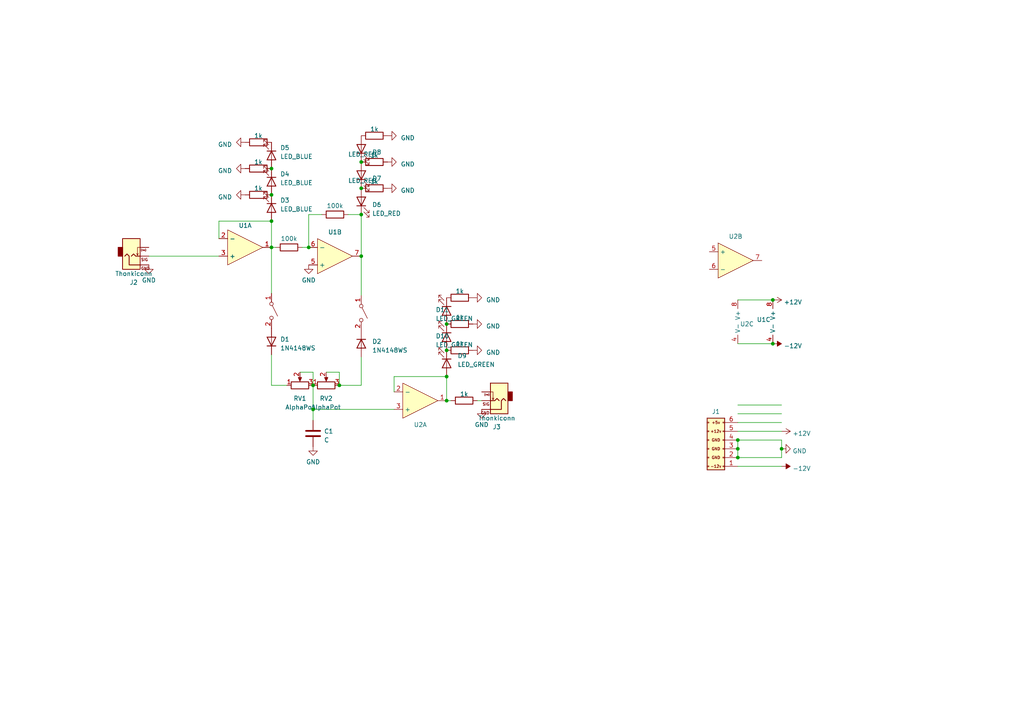
<source format=kicad_sch>
(kicad_sch (version 20230121) (generator eeschema)

  (uuid 8ab0b450-a88f-49d5-bac5-7052e6ee413f)

  (paper "A4")

  (lib_symbols
    (symbol "Device:C" (pin_numbers hide) (pin_names (offset 0.254)) (in_bom yes) (on_board yes)
      (property "Reference" "C" (at 0.635 2.54 0)
        (effects (font (size 1.27 1.27)) (justify left))
      )
      (property "Value" "C" (at 0.635 -2.54 0)
        (effects (font (size 1.27 1.27)) (justify left))
      )
      (property "Footprint" "" (at 0.9652 -3.81 0)
        (effects (font (size 1.27 1.27)) hide)
      )
      (property "Datasheet" "~" (at 0 0 0)
        (effects (font (size 1.27 1.27)) hide)
      )
      (property "ki_keywords" "cap capacitor" (at 0 0 0)
        (effects (font (size 1.27 1.27)) hide)
      )
      (property "ki_description" "Unpolarized capacitor" (at 0 0 0)
        (effects (font (size 1.27 1.27)) hide)
      )
      (property "ki_fp_filters" "C_*" (at 0 0 0)
        (effects (font (size 1.27 1.27)) hide)
      )
      (symbol "C_0_1"
        (polyline
          (pts
            (xy -2.032 -0.762)
            (xy 2.032 -0.762)
          )
          (stroke (width 0.508) (type default))
          (fill (type none))
        )
        (polyline
          (pts
            (xy -2.032 0.762)
            (xy 2.032 0.762)
          )
          (stroke (width 0.508) (type default))
          (fill (type none))
        )
      )
      (symbol "C_1_1"
        (pin passive line (at 0 3.81 270) (length 2.794)
          (name "~" (effects (font (size 1.27 1.27))))
          (number "1" (effects (font (size 1.27 1.27))))
        )
        (pin passive line (at 0 -3.81 90) (length 2.794)
          (name "~" (effects (font (size 1.27 1.27))))
          (number "2" (effects (font (size 1.27 1.27))))
        )
      )
    )
    (symbol "PCM_EuroRackTools:100k" (pin_numbers hide) (pin_names (offset 0)) (in_bom yes) (on_board yes)
      (property "Reference" "R" (at -1.27 6.35 0)
        (effects (font (size 1.27 1.27)) hide)
      )
      (property "Value" "100k" (at -1.27 1.27 0)
        (effects (font (size 1.27 1.27)))
      )
      (property "Footprint" "Resistor_SMD:R_0603_1608Metric" (at -1.27 -6.35 0)
        (effects (font (size 1.27 1.27)) hide)
      )
      (property "Datasheet" "~" (at -6.35 6.35 90)
        (effects (font (size 1.27 1.27)) hide)
      )
      (property "LCSC" "C25803" (at -1.27 -1.27 0)
        (effects (font (size 1.27 1.27)) hide)
      )
      (property "ki_keywords" "R res resistor" (at 0 0 0)
        (effects (font (size 1.27 1.27)) hide)
      )
      (property "ki_description" "Resistor" (at 0 0 0)
        (effects (font (size 1.27 1.27)) hide)
      )
      (property "ki_fp_filters" "R_*" (at 0 0 0)
        (effects (font (size 1.27 1.27)) hide)
      )
      (symbol "100k_0_1"
        (rectangle (start 1.27 0.254) (end -3.81 2.286)
          (stroke (width 0.254) (type default))
          (fill (type none))
        )
      )
      (symbol "100k_1_1"
        (pin passive line (at -5.08 1.27 0) (length 1.27)
          (name "~" (effects (font (size 1.27 1.27))))
          (number "1" (effects (font (size 1.27 1.27))))
        )
        (pin passive line (at 2.54 1.27 180) (length 1.27)
          (name "~" (effects (font (size 1.27 1.27))))
          (number "2" (effects (font (size 1.27 1.27))))
        )
      )
    )
    (symbol "PCM_EuroRackTools:1N4148WS" (pin_numbers hide) (pin_names (offset 1.016) hide) (in_bom yes) (on_board yes)
      (property "Reference" "D" (at 0 2.54 0)
        (effects (font (size 1.27 1.27)))
      )
      (property "Value" "1N4148WS" (at 0 -2.54 0)
        (effects (font (size 1.27 1.27)))
      )
      (property "Footprint" "Diode_SMD:D_SOD-323" (at 0 -11.43 0)
        (effects (font (size 1.27 1.27)) hide)
      )
      (property "Datasheet" "https://www.vishay.com/docs/85751/1n4148ws.pdf" (at 0 13.97 0)
        (effects (font (size 1.27 1.27)) hide)
      )
      (property "Sim.Pins" "1=1 2=2" (at 0 0 0)
        (effects (font (size 0 0)) hide)
      )
      (property "Sim.Device" "SPICE" (at 1.27 8.89 0)
        (effects (font (size 1.27 1.27)) hide)
      )
      (property "Sim.Params" "type=\"D\" model=\"1N4148\" lib=\"\"" (at 0 0 0)
        (effects (font (size 0 0)) hide)
      )
      (property "LCSC" "C2128" (at 0 0 0)
        (effects (font (size 1.27 1.27)) hide)
      )
      (property "ki_keywords" "diode" (at 0 0 0)
        (effects (font (size 1.27 1.27)) hide)
      )
      (property "ki_description" "75V 0.15A Fast switching Diode, SOD-323" (at 0 0 0)
        (effects (font (size 1.27 1.27)) hide)
      )
      (property "ki_fp_filters" "D*SOD?323*" (at 0 0 0)
        (effects (font (size 1.27 1.27)) hide)
      )
      (symbol "1N4148WS_0_1"
        (polyline
          (pts
            (xy -1.27 1.27)
            (xy -1.27 -1.27)
          )
          (stroke (width 0.254) (type default))
          (fill (type none))
        )
        (polyline
          (pts
            (xy 1.27 0)
            (xy -1.27 0)
          )
          (stroke (width 0) (type default))
          (fill (type none))
        )
        (polyline
          (pts
            (xy 1.27 1.27)
            (xy 1.27 -1.27)
            (xy -1.27 0)
            (xy 1.27 1.27)
          )
          (stroke (width 0.254) (type default))
          (fill (type none))
        )
      )
      (symbol "1N4148WS_1_1"
        (pin passive line (at -3.81 0 0) (length 2.54)
          (name "K" (effects (font (size 1.27 1.27))))
          (number "1" (effects (font (size 1.27 1.27))))
        )
        (pin passive line (at 3.81 0 180) (length 2.54)
          (name "A" (effects (font (size 1.27 1.27))))
          (number "2" (effects (font (size 1.27 1.27))))
        )
      )
    )
    (symbol "PCM_EuroRackTools:1k" (pin_numbers hide) (pin_names (offset 0)) (in_bom yes) (on_board yes)
      (property "Reference" "R" (at -1.27 3.81 0)
        (effects (font (size 1.27 1.27)) hide)
      )
      (property "Value" "1k" (at -1.27 1.27 0)
        (effects (font (size 1.27 1.27)))
      )
      (property "Footprint" "Resistor_SMD:R_0603_1608Metric" (at -1.27 -6.35 0)
        (effects (font (size 1.27 1.27)) hide)
      )
      (property "Datasheet" "~" (at -6.35 6.35 90)
        (effects (font (size 1.27 1.27)) hide)
      )
      (property "LCSC" "C21190" (at -1.27 -1.27 0)
        (effects (font (size 1.27 1.27)) hide)
      )
      (property "ki_keywords" "R res resistor" (at 0 0 0)
        (effects (font (size 1.27 1.27)) hide)
      )
      (property "ki_description" "Resistor" (at 0 0 0)
        (effects (font (size 1.27 1.27)) hide)
      )
      (property "ki_fp_filters" "R_*" (at 0 0 0)
        (effects (font (size 1.27 1.27)) hide)
      )
      (symbol "1k_0_1"
        (rectangle (start 1.27 0.254) (end -3.81 2.286)
          (stroke (width 0.254) (type default))
          (fill (type none))
        )
      )
      (symbol "1k_1_1"
        (pin passive line (at -5.08 1.27 0) (length 1.27)
          (name "~" (effects (font (size 1.27 1.27))))
          (number "1" (effects (font (size 1.27 1.27))))
        )
        (pin passive line (at 2.54 1.27 180) (length 1.27)
          (name "~" (effects (font (size 1.27 1.27))))
          (number "2" (effects (font (size 1.27 1.27))))
        )
      )
    )
    (symbol "PCM_EuroRackTools:AlphaPot" (pin_names (offset 1.016) hide) (in_bom yes) (on_board yes)
      (property "Reference" "RV" (at -4.445 0 90)
        (effects (font (size 1.27 1.27)))
      )
      (property "Value" "AlphaPot" (at -2.54 0 90)
        (effects (font (size 1.27 1.27)))
      )
      (property "Footprint" "Potentiometer_THT:Potentiometer_Alpha_RD901F-40-00D_Single_Vertical" (at 0 11.43 0)
        (effects (font (size 1.27 1.27)) hide)
      )
      (property "Datasheet" "~" (at 0 0 0)
        (effects (font (size 1.27 1.27)) hide)
      )
      (property "Sim.Pins" "1=1 2=2 3=3" (at 0 0 0)
        (effects (font (size 0 0)) hide)
      )
      (property "Sim.Device" "SPICE" (at -5.08 -5.08 90)
        (effects (font (size 1.27 1.27)) hide)
      )
      (property "Sim.Params" "type=\"X\" model=\"pot100k\" lib=\"\"" (at 0 0 0)
        (effects (font (size 0 0)) hide)
      )
      (property "ki_keywords" "resistor variable" (at 0 0 0)
        (effects (font (size 1.27 1.27)) hide)
      )
      (property "ki_description" "Potentiometer" (at 0 0 0)
        (effects (font (size 1.27 1.27)) hide)
      )
      (property "ki_fp_filters" "Potentiometer*" (at 0 0 0)
        (effects (font (size 1.27 1.27)) hide)
      )
      (symbol "AlphaPot_0_1"
        (polyline
          (pts
            (xy 2.54 0)
            (xy 1.524 0)
          )
          (stroke (width 0) (type default))
          (fill (type none))
        )
        (polyline
          (pts
            (xy 1.143 0)
            (xy 2.286 0.508)
            (xy 2.286 -0.508)
            (xy 1.143 0)
          )
          (stroke (width 0) (type default))
          (fill (type outline))
        )
        (rectangle (start 1.016 2.54) (end -1.016 -2.54)
          (stroke (width 0.254) (type default))
          (fill (type none))
        )
      )
      (symbol "AlphaPot_1_1"
        (pin passive line (at 0 3.81 270) (length 1.27)
          (name "1" (effects (font (size 1.27 1.27))))
          (number "1" (effects (font (size 1.27 1.27))))
        )
        (pin passive line (at 3.81 0 180) (length 1.27)
          (name "2" (effects (font (size 1.27 1.27))))
          (number "2" (effects (font (size 1.27 1.27))))
        )
        (pin passive line (at 0 -3.81 90) (length 1.27)
          (name "3" (effects (font (size 1.27 1.27))))
          (number "3" (effects (font (size 1.27 1.27))))
        )
      )
    )
    (symbol "PCM_EuroRackTools:EuroPower6_1" (pin_names (offset 1.016) hide) (in_bom yes) (on_board yes)
      (property "Reference" "J" (at 1.27 7.62 0)
        (effects (font (size 1.27 1.27)))
      )
      (property "Value" "EuroPower16" (at 1.27 -12.7 0)
        (effects (font (size 1.27 1.27)) hide)
      )
      (property "Footprint" "Connector_PinHeader_2.54mm:PinHeader_1x07_P2.54mm_Vertical" (at 1.524 -18.034 0)
        (effects (font (size 1.27 1.27)) hide)
      )
      (property "Datasheet" "~" (at 1.524 -15.367 0)
        (effects (font (size 1.27 1.27)) hide)
      )
      (property "lcsc" "C383608" (at 5.08 12.7 0)
        (effects (font (size 1.27 1.27)) hide)
      )
      (property "ki_keywords" "connector" (at 0 0 0)
        (effects (font (size 1.27 1.27)) hide)
      )
      (property "ki_description" "Generic connector, double row, 02x08, odd/even pin numbering scheme (row 1 odd numbers, row 2 even numbers), script generated (kicad-library-utils/schlib/autogen/connector/)" (at 0 0 0)
        (effects (font (size 1.27 1.27)) hide)
      )
      (property "ki_fp_filters" "Connector*:*_2x??_*" (at 0 0 0)
        (effects (font (size 1.27 1.27)) hide)
      )
      (symbol "EuroPower6_1_0_0"
        (text "+12v" (at 1.27 0 0)
          (effects (font (size 0.8 0.8)))
        )
        (text "+5v" (at 1.27 2.54 0)
          (effects (font (size 0.8 0.8)))
        )
        (text "-12v" (at 1.27 -10.16 0)
          (effects (font (size 0.8 0.8)))
        )
        (text "GND" (at 1.27 -7.62 0)
          (effects (font (size 0.8 0.8)))
        )
        (text "GND" (at 1.27 -5.08 0)
          (effects (font (size 0.8 0.8)))
        )
        (text "GND" (at 1.27 -2.54 0)
          (effects (font (size 0.8 0.8)))
        )
      )
      (symbol "EuroPower6_1_1_1"
        (rectangle (start -1.27 -10.033) (end -0.762 -10.287)
          (stroke (width 0.1524) (type default))
          (fill (type none))
        )
        (rectangle (start -1.27 -7.493) (end -0.762 -7.747)
          (stroke (width 0.1524) (type default))
          (fill (type none))
        )
        (rectangle (start -1.27 -4.953) (end -0.762 -5.207)
          (stroke (width 0.1524) (type default))
          (fill (type none))
        )
        (rectangle (start -1.27 -2.413) (end -0.762 -2.667)
          (stroke (width 0.1524) (type default))
          (fill (type none))
        )
        (rectangle (start -1.27 0.127) (end -0.762 -0.127)
          (stroke (width 0.1524) (type default))
          (fill (type none))
        )
        (rectangle (start -1.27 2.667) (end -0.762 2.413)
          (stroke (width 0.1524) (type default))
          (fill (type none))
        )
        (rectangle (start -1.27 3.81) (end 3.81 -11.176)
          (stroke (width 0.254) (type default))
          (fill (type background))
        )
        (rectangle (start 3.302 -10.033) (end 3.81 -10.287)
          (stroke (width 0.1524) (type default))
          (fill (type none))
        )
        (rectangle (start 3.302 -7.493) (end 3.81 -7.747)
          (stroke (width 0.1524) (type default))
          (fill (type none))
        )
        (rectangle (start 3.302 -4.953) (end 3.81 -5.207)
          (stroke (width 0.1524) (type default))
          (fill (type none))
        )
        (rectangle (start 3.302 -2.413) (end 3.81 -2.667)
          (stroke (width 0.1524) (type default))
          (fill (type none))
        )
        (rectangle (start 3.302 0.127) (end 3.81 -0.127)
          (stroke (width 0.1524) (type default))
          (fill (type none))
        )
        (rectangle (start 3.302 2.667) (end 3.81 2.413)
          (stroke (width 0.1524) (type default))
          (fill (type none))
        )
        (pin power_out line (at 7.62 -10.16 180) (length 3.81)
          (name "-12v_R" (effects (font (size 1.27 1.27))))
          (number "1" (effects (font (size 1.27 1.27))))
        )
        (pin power_out line (at 7.62 -7.62 180) (length 3.81)
          (name "-12v_L" (effects (font (size 1.27 1.27))))
          (number "2" (effects (font (size 1.27 1.27))))
        )
        (pin power_out line (at 7.62 -5.08 180) (length 3.81)
          (name "GND" (effects (font (size 1.27 1.27))))
          (number "3" (effects (font (size 1.27 1.27))))
        )
        (pin power_out line (at 7.62 -2.54 180) (length 3.81)
          (name "GND" (effects (font (size 1.27 1.27))))
          (number "4" (effects (font (size 1.27 1.27))))
        )
        (pin power_out line (at 7.62 0 180) (length 3.81)
          (name "GND_R3" (effects (font (size 1.27 1.27))))
          (number "5" (effects (font (size 1.27 1.27))))
        )
        (pin power_out line (at 7.62 2.54 180) (length 3.81)
          (name "GND_L3" (effects (font (size 1.27 1.27))))
          (number "6" (effects (font (size 1.27 1.27))))
        )
      )
    )
    (symbol "PCM_EuroRackTools:LED_BLUE" (pin_numbers hide) (pin_names (offset 1.016) hide) (in_bom yes) (on_board yes)
      (property "Reference" "D" (at 0 -2.54 0)
        (effects (font (size 1.27 1.27)))
      )
      (property "Value" "LED_BLUE" (at 0 3.81 0)
        (effects (font (size 1.27 1.27)))
      )
      (property "Footprint" "LED_SMD:LED_0603_1608Metric" (at 5.08 9.398 0)
        (effects (font (size 1.27 1.27)) hide)
      )
      (property "Datasheet" "~" (at 0 0 0)
        (effects (font (size 1.27 1.27)) hide)
      )
      (property "LCSC" "C72041" (at -0.254 -5.842 0)
        (effects (font (size 1.27 1.27)) hide)
      )
      (property "ki_keywords" "LED diode" (at 0 0 0)
        (effects (font (size 1.27 1.27)) hide)
      )
      (property "ki_description" "Light emitting diode" (at 0 0 0)
        (effects (font (size 1.27 1.27)) hide)
      )
      (property "ki_fp_filters" "LED* LED_SMD:* LED_THT:*" (at 0 0 0)
        (effects (font (size 1.27 1.27)) hide)
      )
      (symbol "LED_BLUE_0_1"
        (polyline
          (pts
            (xy 1.27 0)
            (xy -1.27 0)
          )
          (stroke (width 0) (type default))
          (fill (type none))
        )
        (polyline
          (pts
            (xy 1.27 1.27)
            (xy 1.27 -1.27)
          )
          (stroke (width 0.254) (type default))
          (fill (type none))
        )
        (polyline
          (pts
            (xy -1.27 1.27)
            (xy -1.27 -1.27)
            (xy 1.27 0)
            (xy -1.27 1.27)
          )
          (stroke (width 0.254) (type default))
          (fill (type none))
        )
        (polyline
          (pts
            (xy 1.778 0.762)
            (xy 3.302 2.286)
            (xy 2.54 2.286)
            (xy 3.302 2.286)
            (xy 3.302 1.524)
          )
          (stroke (width 0) (type default))
          (fill (type none))
        )
        (polyline
          (pts
            (xy 3.048 0.762)
            (xy 4.572 2.286)
            (xy 3.81 2.286)
            (xy 4.572 2.286)
            (xy 4.572 1.524)
          )
          (stroke (width 0) (type default))
          (fill (type none))
        )
      )
      (symbol "LED_BLUE_1_1"
        (pin passive line (at 3.81 0 180) (length 2.54)
          (name "K" (effects (font (size 1.27 1.27))))
          (number "1" (effects (font (size 1.27 1.27))))
        )
        (pin passive line (at -3.81 0 0) (length 2.54)
          (name "A" (effects (font (size 1.27 1.27))))
          (number "2" (effects (font (size 1.27 1.27))))
        )
      )
    )
    (symbol "PCM_EuroRackTools:LED_GREEN" (pin_numbers hide) (pin_names (offset 1.016) hide) (in_bom yes) (on_board yes)
      (property "Reference" "D" (at 0 -2.54 0)
        (effects (font (size 1.27 1.27)))
      )
      (property "Value" "LED_GREEN" (at 0 3.81 0)
        (effects (font (size 1.27 1.27)))
      )
      (property "Footprint" "LED_SMD:LED_0603_1608Metric" (at 5.08 9.398 0)
        (effects (font (size 1.27 1.27)) hide)
      )
      (property "Datasheet" "~" (at 0 0 0)
        (effects (font (size 1.27 1.27)) hide)
      )
      (property "LCSC" "C72043" (at -0.508 -4.826 0)
        (effects (font (size 1.27 1.27)) hide)
      )
      (property "ki_keywords" "LED diode" (at 0 0 0)
        (effects (font (size 1.27 1.27)) hide)
      )
      (property "ki_description" "Light emitting diode" (at 0 0 0)
        (effects (font (size 1.27 1.27)) hide)
      )
      (property "ki_fp_filters" "LED* LED_SMD:* LED_THT:*" (at 0 0 0)
        (effects (font (size 1.27 1.27)) hide)
      )
      (symbol "LED_GREEN_0_1"
        (polyline
          (pts
            (xy 1.27 0)
            (xy -1.27 0)
          )
          (stroke (width 0) (type default))
          (fill (type none))
        )
        (polyline
          (pts
            (xy 1.27 1.27)
            (xy 1.27 -1.27)
          )
          (stroke (width 0.254) (type default))
          (fill (type none))
        )
        (polyline
          (pts
            (xy -1.27 1.27)
            (xy -1.27 -1.27)
            (xy 1.27 0)
            (xy -1.27 1.27)
          )
          (stroke (width 0.254) (type default))
          (fill (type none))
        )
        (polyline
          (pts
            (xy 1.778 0.762)
            (xy 3.302 2.286)
            (xy 2.54 2.286)
            (xy 3.302 2.286)
            (xy 3.302 1.524)
          )
          (stroke (width 0) (type default))
          (fill (type none))
        )
        (polyline
          (pts
            (xy 3.048 0.762)
            (xy 4.572 2.286)
            (xy 3.81 2.286)
            (xy 4.572 2.286)
            (xy 4.572 1.524)
          )
          (stroke (width 0) (type default))
          (fill (type none))
        )
      )
      (symbol "LED_GREEN_1_1"
        (pin passive line (at 3.81 0 180) (length 2.54)
          (name "K" (effects (font (size 1.27 1.27))))
          (number "1" (effects (font (size 1.27 1.27))))
        )
        (pin passive line (at -3.81 0 0) (length 2.54)
          (name "A" (effects (font (size 1.27 1.27))))
          (number "2" (effects (font (size 1.27 1.27))))
        )
      )
    )
    (symbol "PCM_EuroRackTools:LED_RED" (pin_numbers hide) (pin_names (offset 1.016) hide) (in_bom yes) (on_board yes)
      (property "Reference" "D" (at 0 -2.54 0)
        (effects (font (size 1.27 1.27)))
      )
      (property "Value" "LED_RED" (at 0 3.81 0)
        (effects (font (size 1.27 1.27)))
      )
      (property "Footprint" "LED_SMD:LED_0603_1608Metric" (at 5.08 9.398 0)
        (effects (font (size 1.27 1.27)) hide)
      )
      (property "Datasheet" "~" (at 0 0 0)
        (effects (font (size 1.27 1.27)) hide)
      )
      (property "LCSC" "C2296" (at -0.508 -4.826 0)
        (effects (font (size 1.27 1.27)) hide)
      )
      (property "ki_keywords" "LED diode" (at 0 0 0)
        (effects (font (size 1.27 1.27)) hide)
      )
      (property "ki_description" "Light emitting diode" (at 0 0 0)
        (effects (font (size 1.27 1.27)) hide)
      )
      (property "ki_fp_filters" "LED* LED_SMD:* LED_THT:*" (at 0 0 0)
        (effects (font (size 1.27 1.27)) hide)
      )
      (symbol "LED_RED_0_1"
        (polyline
          (pts
            (xy 1.27 0)
            (xy -1.27 0)
          )
          (stroke (width 0) (type default))
          (fill (type none))
        )
        (polyline
          (pts
            (xy 1.27 1.27)
            (xy 1.27 -1.27)
          )
          (stroke (width 0.254) (type default))
          (fill (type none))
        )
        (polyline
          (pts
            (xy -1.27 1.27)
            (xy -1.27 -1.27)
            (xy 1.27 0)
            (xy -1.27 1.27)
          )
          (stroke (width 0.254) (type default))
          (fill (type none))
        )
        (polyline
          (pts
            (xy 1.778 0.762)
            (xy 3.302 2.286)
            (xy 2.54 2.286)
            (xy 3.302 2.286)
            (xy 3.302 1.524)
          )
          (stroke (width 0) (type default))
          (fill (type none))
        )
        (polyline
          (pts
            (xy 3.048 0.762)
            (xy 4.572 2.286)
            (xy 3.81 2.286)
            (xy 4.572 2.286)
            (xy 4.572 1.524)
          )
          (stroke (width 0) (type default))
          (fill (type none))
        )
      )
      (symbol "LED_RED_1_1"
        (pin passive line (at 3.81 0 180) (length 2.54)
          (name "K" (effects (font (size 1.27 1.27))))
          (number "1" (effects (font (size 1.27 1.27))))
        )
        (pin passive line (at -3.81 0 0) (length 2.54)
          (name "A" (effects (font (size 1.27 1.27))))
          (number "2" (effects (font (size 1.27 1.27))))
        )
      )
    )
    (symbol "PCM_EuroRackTools:PUSHBTN" (pin_names (offset 0) hide) (in_bom yes) (on_board yes)
      (property "Reference" "SW" (at 0 3.175 0)
        (effects (font (size 1.27 1.27)) hide)
      )
      (property "Value" "SW_SPST" (at 0 -2.54 0)
        (effects (font (size 1.27 1.27)) hide)
      )
      (property "Footprint" "Button_Switch_SMD:SW_SPST_PTS645" (at 1.27 8.89 0)
        (effects (font (size 1.27 1.27)) hide)
      )
      (property "Datasheet" "~" (at 0 0 0)
        (effects (font (size 1.27 1.27)) hide)
      )
      (property "lcsc" "C294565" (at 1.27 5.08 0)
        (effects (font (size 1.27 1.27)) hide)
      )
      (property "ki_keywords" "switch lever" (at 0 0 0)
        (effects (font (size 1.27 1.27)) hide)
      )
      (property "ki_description" "Single Pole Single Throw (SPST) switch" (at 0 0 0)
        (effects (font (size 1.27 1.27)) hide)
      )
      (symbol "PUSHBTN_0_0"
        (circle (center -2.032 0) (radius 0.508)
          (stroke (width 0) (type default))
          (fill (type none))
        )
        (polyline
          (pts
            (xy -1.524 0.254)
            (xy 1.524 1.778)
          )
          (stroke (width 0) (type default))
          (fill (type none))
        )
        (circle (center 2.032 0) (radius 0.508)
          (stroke (width 0) (type default))
          (fill (type none))
        )
      )
      (symbol "PUSHBTN_1_1"
        (pin passive line (at -5.08 0 0) (length 2.54)
          (name "A" (effects (font (size 1.27 1.27))))
          (number "1" (effects (font (size 1.27 1.27))))
        )
        (pin passive line (at 5.08 0 180) (length 2.54)
          (name "B" (effects (font (size 1.27 1.27))))
          (number "2" (effects (font (size 1.27 1.27))))
        )
      )
    )
    (symbol "PCM_EuroRackTools:TL072" (in_bom yes) (on_board yes)
      (property "Reference" "U" (at -1.27 0 0)
        (effects (font (size 1.27 1.27)))
      )
      (property "Value" "TL072" (at 5.08 3.81 0)
        (effects (font (size 1.27 1.27)) hide)
      )
      (property "Footprint" "Package_SO:SOIC-8_3.9x4.9mm_P1.27mm" (at 0 -8.89 0)
        (effects (font (size 1.27 1.27)) hide)
      )
      (property "Datasheet" "" (at 0 0 0)
        (effects (font (size 1.27 1.27)) hide)
      )
      (property "Sim.Pins" "1=1 2=2 3=3 4=4 5=5 6=6 7=7 8=8" (at -11.43 17.78 0)
        (effects (font (size 1.27 1.27)) hide)
      )
      (property "Sim.Device" "SPICE" (at 1.27 7.62 0)
        (effects (font (size 1.27 1.27)) hide)
      )
      (property "Sim.Params" "type=\"X\" model=\"MY_TL072\" lib=\"\"" (at 0 0 0)
        (effects (font (size 0 0)) hide)
      )
      (property "LCSC" "C67473" (at 3.175 -4.445 0)
        (effects (font (size 1.27 1.27)) hide)
      )
      (symbol "TL072_1_1"
        (polyline
          (pts
            (xy -5.08 5.08)
            (xy -5.08 -5.08)
            (xy 5.08 0)
            (xy -5.08 5.08)
          )
          (stroke (width 0.1524) (type default))
          (fill (type background))
        )
        (pin output line (at 7.62 0 180) (length 2.54)
          (name "" (effects (font (size 1.27 1.27))))
          (number "1" (effects (font (size 1.27 1.27))))
        )
        (pin input line (at -7.62 -2.54 0) (length 2.54)
          (name "-" (effects (font (size 1.27 1.27))))
          (number "2" (effects (font (size 1.27 1.27))))
        )
        (pin input line (at -7.62 2.54 0) (length 2.54)
          (name "+" (effects (font (size 1.27 1.27))))
          (number "3" (effects (font (size 1.27 1.27))))
        )
      )
      (symbol "TL072_2_1"
        (polyline
          (pts
            (xy -5.08 5.08)
            (xy -5.08 -5.08)
            (xy 5.08 0)
            (xy -5.08 5.08)
          )
          (stroke (width 0.1524) (type default))
          (fill (type background))
        )
        (pin input line (at -7.62 2.54 0) (length 2.54)
          (name "+" (effects (font (size 1.27 1.27))))
          (number "5" (effects (font (size 1.27 1.27))))
        )
        (pin input line (at -7.62 -2.54 0) (length 2.54)
          (name "-" (effects (font (size 1.27 1.27))))
          (number "6" (effects (font (size 1.27 1.27))))
        )
        (pin output line (at 7.62 0 180) (length 2.54)
          (name "" (effects (font (size 1.27 1.27))))
          (number "7" (effects (font (size 1.27 1.27))))
        )
      )
      (symbol "TL072_3_0"
        (pin power_in line (at -2.54 -6.35 90) (length 2.54)
          (name "V-" (effects (font (size 1.27 1.27))))
          (number "4" (effects (font (size 1.27 1.27))))
        )
        (pin power_in line (at -2.54 6.35 270) (length 2.54)
          (name "V+" (effects (font (size 1.27 1.27))))
          (number "8" (effects (font (size 1.27 1.27))))
        )
      )
    )
    (symbol "PCM_EuroRackTools:Thonkiconn" (pin_numbers hide) (in_bom yes) (on_board yes)
      (property "Reference" "J" (at -1.27 -3.048 0)
        (effects (font (size 1.27 1.27)))
      )
      (property "Value" "Thonkiconn" (at 0 6.35 0)
        (effects (font (size 1.27 1.27)))
      )
      (property "Footprint" "Connector_Audio:Jack_3.5mm_QingPu_WQP-PJ398SM_Vertical_CircularHoles" (at 1.27 11.43 0)
        (effects (font (size 1.27 1.27)) hide)
      )
      (property "Datasheet" "~" (at 0 0 0)
        (effects (font (size 1.27 1.27)) hide)
      )
      (property "ki_keywords" "audio jack receptacle mono headphones phone TS connector" (at 0 0 0)
        (effects (font (size 1.27 1.27)) hide)
      )
      (property "ki_description" "Audio Jack, 2 Poles (Mono / TS), Switched T Pole (Normalling)" (at 0 0 0)
        (effects (font (size 1.27 1.27)) hide)
      )
      (property "ki_fp_filters" "Jack*" (at 0 0 0)
        (effects (font (size 1.27 1.27)) hide)
      )
      (symbol "Thonkiconn_0_0"
        (text "(no)" (at 3.556 -1.778 0)
          (effects (font (size 0.5 0.5)))
        )
        (text "GND" (at 4.064 3.556 0)
          (effects (font (size 0.8 0.8)))
        )
        (text "SIG" (at 3.81 1.016 0)
          (effects (font (size 0.8 0.8)))
        )
      )
      (symbol "Thonkiconn_0_1"
        (rectangle (start -2.54 0) (end -3.81 -2.54)
          (stroke (width 0.254) (type default))
          (fill (type outline))
        )
        (polyline
          (pts
            (xy 1.778 -0.254)
            (xy 2.032 -0.762)
          )
          (stroke (width 0) (type default))
          (fill (type none))
        )
        (polyline
          (pts
            (xy 0 0)
            (xy 0.635 -0.635)
            (xy 1.27 0)
            (xy 2.54 0)
          )
          (stroke (width 0.254) (type default))
          (fill (type none))
        )
        (polyline
          (pts
            (xy 2.54 -2.54)
            (xy 1.778 -2.54)
            (xy 1.778 -0.254)
            (xy 1.524 -0.762)
          )
          (stroke (width 0) (type default))
          (fill (type none))
        )
        (polyline
          (pts
            (xy 2.54 2.54)
            (xy -0.635 2.54)
            (xy -0.635 0)
            (xy -1.27 -0.635)
            (xy -1.905 0)
          )
          (stroke (width 0.254) (type default))
          (fill (type none))
        )
        (rectangle (start 2.54 3.81) (end -2.54 -5.08)
          (stroke (width 0.254) (type default))
          (fill (type background))
        )
      )
      (symbol "Thonkiconn_1_1"
        (pin passive line (at 5.08 2.54 180) (length 2.54)
          (name "~" (effects (font (size 1.27 1.27))))
          (number "S" (effects (font (size 1.27 1.27))))
        )
        (pin passive line (at 5.08 0 180) (length 2.54)
          (name "~" (effects (font (size 1.27 1.27))))
          (number "T" (effects (font (size 1.27 1.27))))
        )
        (pin passive line (at 5.08 -2.54 180) (length 2.54)
          (name "~" (effects (font (size 1.27 1.27))))
          (number "TN" (effects (font (size 1.27 1.27))))
        )
      )
    )
    (symbol "power:+12V" (power) (pin_names (offset 0)) (in_bom yes) (on_board yes)
      (property "Reference" "#PWR" (at 0 -3.81 0)
        (effects (font (size 1.27 1.27)) hide)
      )
      (property "Value" "+12V" (at 0 3.556 0)
        (effects (font (size 1.27 1.27)))
      )
      (property "Footprint" "" (at 0 0 0)
        (effects (font (size 1.27 1.27)) hide)
      )
      (property "Datasheet" "" (at 0 0 0)
        (effects (font (size 1.27 1.27)) hide)
      )
      (property "ki_keywords" "global power" (at 0 0 0)
        (effects (font (size 1.27 1.27)) hide)
      )
      (property "ki_description" "Power symbol creates a global label with name \"+12V\"" (at 0 0 0)
        (effects (font (size 1.27 1.27)) hide)
      )
      (symbol "+12V_0_1"
        (polyline
          (pts
            (xy -0.762 1.27)
            (xy 0 2.54)
          )
          (stroke (width 0) (type default))
          (fill (type none))
        )
        (polyline
          (pts
            (xy 0 0)
            (xy 0 2.54)
          )
          (stroke (width 0) (type default))
          (fill (type none))
        )
        (polyline
          (pts
            (xy 0 2.54)
            (xy 0.762 1.27)
          )
          (stroke (width 0) (type default))
          (fill (type none))
        )
      )
      (symbol "+12V_1_1"
        (pin power_in line (at 0 0 90) (length 0) hide
          (name "+12V" (effects (font (size 1.27 1.27))))
          (number "1" (effects (font (size 1.27 1.27))))
        )
      )
    )
    (symbol "power:-12V" (power) (pin_names (offset 0)) (in_bom yes) (on_board yes)
      (property "Reference" "#PWR" (at 0 2.54 0)
        (effects (font (size 1.27 1.27)) hide)
      )
      (property "Value" "-12V" (at 0 3.81 0)
        (effects (font (size 1.27 1.27)))
      )
      (property "Footprint" "" (at 0 0 0)
        (effects (font (size 1.27 1.27)) hide)
      )
      (property "Datasheet" "" (at 0 0 0)
        (effects (font (size 1.27 1.27)) hide)
      )
      (property "ki_keywords" "global power" (at 0 0 0)
        (effects (font (size 1.27 1.27)) hide)
      )
      (property "ki_description" "Power symbol creates a global label with name \"-12V\"" (at 0 0 0)
        (effects (font (size 1.27 1.27)) hide)
      )
      (symbol "-12V_0_0"
        (pin power_in line (at 0 0 90) (length 0) hide
          (name "-12V" (effects (font (size 1.27 1.27))))
          (number "1" (effects (font (size 1.27 1.27))))
        )
      )
      (symbol "-12V_0_1"
        (polyline
          (pts
            (xy 0 0)
            (xy 0 1.27)
            (xy 0.762 1.27)
            (xy 0 2.54)
            (xy -0.762 1.27)
            (xy 0 1.27)
          )
          (stroke (width 0) (type default))
          (fill (type outline))
        )
      )
    )
    (symbol "power:GND" (power) (pin_names (offset 0)) (in_bom yes) (on_board yes)
      (property "Reference" "#PWR" (at 0 -6.35 0)
        (effects (font (size 1.27 1.27)) hide)
      )
      (property "Value" "GND" (at 0 -3.81 0)
        (effects (font (size 1.27 1.27)))
      )
      (property "Footprint" "" (at 0 0 0)
        (effects (font (size 1.27 1.27)) hide)
      )
      (property "Datasheet" "" (at 0 0 0)
        (effects (font (size 1.27 1.27)) hide)
      )
      (property "ki_keywords" "global power" (at 0 0 0)
        (effects (font (size 1.27 1.27)) hide)
      )
      (property "ki_description" "Power symbol creates a global label with name \"GND\" , ground" (at 0 0 0)
        (effects (font (size 1.27 1.27)) hide)
      )
      (symbol "GND_0_1"
        (polyline
          (pts
            (xy 0 0)
            (xy 0 -1.27)
            (xy 1.27 -1.27)
            (xy 0 -2.54)
            (xy -1.27 -1.27)
            (xy 0 -1.27)
          )
          (stroke (width 0) (type default))
          (fill (type none))
        )
      )
      (symbol "GND_1_1"
        (pin power_in line (at 0 0 270) (length 0) hide
          (name "GND" (effects (font (size 1.27 1.27))))
          (number "1" (effects (font (size 1.27 1.27))))
        )
      )
    )
  )

  (junction (at 90.805 111.76) (diameter 0) (color 0 0 0 0)
    (uuid 0897c4ef-c654-4d7c-ba15-e2f418db2cc7)
  )
  (junction (at 129.54 109.22) (diameter 0) (color 0 0 0 0)
    (uuid 4bce9914-92e0-4d25-9942-69f3d2dd6688)
  )
  (junction (at 226.695 130.175) (diameter 0) (color 0 0 0 0)
    (uuid 4bd2e03c-6e25-4664-ad03-bbb12c26312f)
  )
  (junction (at 213.995 130.175) (diameter 0) (color 0 0 0 0)
    (uuid 51c284ba-9b53-4275-b34f-3e065448570d)
  )
  (junction (at 129.54 93.98) (diameter 0) (color 0 0 0 0)
    (uuid 5d4044da-7488-4f3e-9fe7-814c496e8e4b)
  )
  (junction (at 104.775 74.295) (diameter 0) (color 0 0 0 0)
    (uuid 5ee6c2a0-0a7f-4939-8744-6c6969e0be23)
  )
  (junction (at 129.54 101.6) (diameter 0) (color 0 0 0 0)
    (uuid 6658265f-9ca3-4eac-9503-911b946bf4cd)
  )
  (junction (at 98.425 111.76) (diameter 0) (color 0 0 0 0)
    (uuid 683fedc5-7caa-4421-8887-de85a49e0ffa)
  )
  (junction (at 78.74 48.895) (diameter 0) (color 0 0 0 0)
    (uuid 6b92b60f-7be0-441d-9715-6caf957fe0c0)
  )
  (junction (at 129.54 116.205) (diameter 0) (color 0 0 0 0)
    (uuid 6e0578d1-41bb-4dd8-94e3-8fbe56e5e9d3)
  )
  (junction (at 78.74 64.135) (diameter 0) (color 0 0 0 0)
    (uuid 7058af39-3e9a-4a11-9db9-cecb78783d33)
  )
  (junction (at 213.995 132.715) (diameter 0) (color 0 0 0 0)
    (uuid 70b5782c-37de-45dc-8a38-fe16e2b04fc9)
  )
  (junction (at 78.74 71.755) (diameter 0) (color 0 0 0 0)
    (uuid 82d375c2-c6e0-47b4-aac2-42fed38bab58)
  )
  (junction (at 224.155 99.695) (diameter 0) (color 0 0 0 0)
    (uuid 8679d7d6-1893-4866-831c-f5220e7b9d3f)
  )
  (junction (at 104.775 46.99) (diameter 0) (color 0 0 0 0)
    (uuid 8c19f70e-5845-4197-b651-9c8f470bd88c)
  )
  (junction (at 78.74 56.515) (diameter 0) (color 0 0 0 0)
    (uuid a02ad74f-00e3-4756-a9be-67331d39a6b4)
  )
  (junction (at 224.155 86.995) (diameter 0) (color 0 0 0 0)
    (uuid ab6572e0-2b4f-4297-a58c-8d017a3c57f8)
  )
  (junction (at 90.805 118.745) (diameter 0) (color 0 0 0 0)
    (uuid c90f7e43-e869-4c17-9087-0b5ea8c6063e)
  )
  (junction (at 89.535 71.755) (diameter 0) (color 0 0 0 0)
    (uuid e4c353a8-c3fc-498a-a8c3-14d52acd1066)
  )
  (junction (at 213.995 127.635) (diameter 0) (color 0 0 0 0)
    (uuid ee3ee2e1-f253-4f04-acf1-5945210f3170)
  )
  (junction (at 104.775 62.23) (diameter 0) (color 0 0 0 0)
    (uuid f14e980f-75f8-4481-a6c9-ba7cb421ffd5)
  )
  (junction (at 104.775 54.61) (diameter 0) (color 0 0 0 0)
    (uuid ff4b5e91-f8ba-4bc1-be64-53a8e81ddcc7)
  )

  (wire (pts (xy 224.155 99.695) (xy 213.995 99.695))
    (stroke (width 0) (type default))
    (uuid 05730a4f-7baa-4506-ac26-4e40063ae9fd)
  )
  (wire (pts (xy 213.995 120.015) (xy 226.695 120.015))
    (stroke (width 0) (type default))
    (uuid 07ad21d3-e850-43a3-961c-e98b36d2a9fc)
  )
  (wire (pts (xy 63.5 69.215) (xy 63.5 64.135))
    (stroke (width 0) (type default))
    (uuid 0a421158-dc01-4af6-bc0d-bb0a9b6ca4f2)
  )
  (wire (pts (xy 89.535 62.23) (xy 89.535 71.755))
    (stroke (width 0) (type default))
    (uuid 15df4025-04fb-4b89-b8dd-a4fc90e38a79)
  )
  (wire (pts (xy 130.81 116.205) (xy 129.54 116.205))
    (stroke (width 0) (type default))
    (uuid 1addff54-5f73-4f89-a139-e5e4a7df7151)
  )
  (wire (pts (xy 226.695 130.175) (xy 226.695 127.635))
    (stroke (width 0) (type default))
    (uuid 1c9a4b03-350c-44ee-a691-6c2c4cbd2423)
  )
  (wire (pts (xy 104.775 103.505) (xy 104.775 111.76))
    (stroke (width 0) (type default))
    (uuid 212b8544-5992-4007-a188-bb0caf6ca9c0)
  )
  (wire (pts (xy 213.995 127.635) (xy 213.995 130.175))
    (stroke (width 0) (type default))
    (uuid 325c9cda-fb7a-4a73-83bc-e763a38cc933)
  )
  (wire (pts (xy 90.805 107.95) (xy 90.805 111.76))
    (stroke (width 0) (type default))
    (uuid 32752a2b-f79c-497f-a0a8-25cd48e8109b)
  )
  (wire (pts (xy 43.18 74.295) (xy 63.5 74.295))
    (stroke (width 0) (type default))
    (uuid 3449d2f3-74d8-42a9-a02b-b7f4d5ccda70)
  )
  (wire (pts (xy 78.74 71.755) (xy 78.74 85.09))
    (stroke (width 0) (type default))
    (uuid 3504047f-2b0f-4ff4-afd6-b87fc67e991d)
  )
  (wire (pts (xy 213.995 122.555) (xy 226.695 122.555))
    (stroke (width 0) (type default))
    (uuid 3ca38a53-dbf9-4caf-a2eb-764d42754d6c)
  )
  (wire (pts (xy 93.345 62.23) (xy 89.535 62.23))
    (stroke (width 0) (type default))
    (uuid 4075ddd3-98a3-4e9d-8024-9e75e7198c7b)
  )
  (wire (pts (xy 213.995 135.255) (xy 226.695 135.255))
    (stroke (width 0) (type default))
    (uuid 41dd3e8d-a89b-485c-a1f8-54594c42b423)
  )
  (wire (pts (xy 226.695 127.635) (xy 213.995 127.635))
    (stroke (width 0) (type default))
    (uuid 45f76481-9bd5-4868-874d-76d364755c20)
  )
  (wire (pts (xy 78.74 64.135) (xy 78.74 71.755))
    (stroke (width 0) (type default))
    (uuid 47a347c6-f77f-4a58-9100-9c0f7369e378)
  )
  (wire (pts (xy 129.54 109.22) (xy 129.54 116.205))
    (stroke (width 0) (type default))
    (uuid 4e9f1673-758f-47a8-beb5-b7394ce6ee4c)
  )
  (wire (pts (xy 80.01 71.755) (xy 78.74 71.755))
    (stroke (width 0) (type default))
    (uuid 52ace41f-1cf6-4d89-9203-345a1a4df140)
  )
  (wire (pts (xy 104.775 62.23) (xy 104.775 74.295))
    (stroke (width 0) (type default))
    (uuid 561be71b-7a3f-4f58-86aa-3f8d07666a38)
  )
  (wire (pts (xy 104.775 111.76) (xy 98.425 111.76))
    (stroke (width 0) (type default))
    (uuid 66214353-a74c-4859-943a-27e6cecbbc0f)
  )
  (wire (pts (xy 213.995 117.475) (xy 226.695 117.475))
    (stroke (width 0) (type default))
    (uuid 804e5bb2-2055-4534-837d-85485121625a)
  )
  (wire (pts (xy 94.615 107.95) (xy 98.425 107.95))
    (stroke (width 0) (type default))
    (uuid 81cbc4f5-0bce-4b6b-a0a8-d6eadd63cb35)
  )
  (wire (pts (xy 213.995 132.715) (xy 226.695 132.715))
    (stroke (width 0) (type default))
    (uuid 9205e357-e673-4b8d-bd3f-7a8a1d2325bc)
  )
  (wire (pts (xy 114.3 109.22) (xy 129.54 109.22))
    (stroke (width 0) (type default))
    (uuid 9b0bdbfb-27f6-4aa0-968b-2a8bb4a7bef8)
  )
  (wire (pts (xy 139.7 116.205) (xy 138.43 116.205))
    (stroke (width 0) (type default))
    (uuid a15d68eb-9c01-4589-972c-32814223498e)
  )
  (wire (pts (xy 63.5 64.135) (xy 78.74 64.135))
    (stroke (width 0) (type default))
    (uuid a808a780-4799-4916-ba2b-652d3450d1ca)
  )
  (wire (pts (xy 90.805 118.745) (xy 90.805 111.76))
    (stroke (width 0) (type default))
    (uuid a959e7f7-18d4-4ad3-a145-a6b7298dfdc1)
  )
  (wire (pts (xy 213.995 125.095) (xy 226.695 125.095))
    (stroke (width 0) (type default))
    (uuid af774dc4-d545-444c-b96f-102fd2dae1a3)
  )
  (wire (pts (xy 90.805 121.92) (xy 90.805 118.745))
    (stroke (width 0) (type default))
    (uuid c52c7cce-d166-4f87-a628-658f37a4dbfb)
  )
  (wire (pts (xy 87.63 71.755) (xy 89.535 71.755))
    (stroke (width 0) (type default))
    (uuid c677a8f4-91e1-418b-b70a-48f69dc46f91)
  )
  (wire (pts (xy 100.965 62.23) (xy 104.775 62.23))
    (stroke (width 0) (type default))
    (uuid c6cc55d5-41cb-4115-ac20-0eb849f1cd41)
  )
  (wire (pts (xy 114.3 113.665) (xy 114.3 109.22))
    (stroke (width 0) (type default))
    (uuid c9277106-cd5e-4633-a030-d62d9dd87cd3)
  )
  (wire (pts (xy 78.74 102.87) (xy 78.74 111.76))
    (stroke (width 0) (type default))
    (uuid db27dd9c-59e4-40c3-bbd3-fede5a532137)
  )
  (wire (pts (xy 226.695 132.715) (xy 226.695 130.175))
    (stroke (width 0) (type default))
    (uuid e32b07b6-5833-459e-8367-fa5e2fb39310)
  )
  (wire (pts (xy 90.805 118.745) (xy 114.3 118.745))
    (stroke (width 0) (type default))
    (uuid ea2afed0-77cc-480d-a85c-6ecb7ea41ade)
  )
  (wire (pts (xy 213.995 130.175) (xy 213.995 132.715))
    (stroke (width 0) (type default))
    (uuid ea3a615b-b721-4f9e-833f-255e68a52ffb)
  )
  (wire (pts (xy 98.425 107.95) (xy 98.425 111.76))
    (stroke (width 0) (type default))
    (uuid f1bb272f-1b24-46cd-9bdc-e8f3955daf14)
  )
  (wire (pts (xy 224.155 86.995) (xy 213.995 86.995))
    (stroke (width 0) (type default))
    (uuid f5574182-43ab-452f-93e1-f33afccdba5f)
  )
  (wire (pts (xy 86.995 107.95) (xy 90.805 107.95))
    (stroke (width 0) (type default))
    (uuid f9ca8dff-1274-49fe-bd36-cbd00a3c076e)
  )
  (wire (pts (xy 78.74 111.76) (xy 83.185 111.76))
    (stroke (width 0) (type default))
    (uuid fa23a7b5-5b92-4758-bb6d-4aa770fff7c5)
  )
  (wire (pts (xy 104.775 74.295) (xy 104.775 85.725))
    (stroke (width 0) (type default))
    (uuid fea3b884-1bbe-4179-9c0a-df2fb3baf4d8)
  )

  (symbol (lib_id "PCM_EuroRackTools:1N4148WS") (at 104.775 99.695 270) (unit 1)
    (in_bom yes) (on_board yes) (dnp no) (fields_autoplaced)
    (uuid 0181ec71-edff-4a39-b9f8-3008f83ff5cf)
    (property "Reference" "D2" (at 107.95 99.06 90)
      (effects (font (size 1.27 1.27)) (justify left))
    )
    (property "Value" "1N4148WS" (at 107.95 101.6 90)
      (effects (font (size 1.27 1.27)) (justify left))
    )
    (property "Footprint" "Diode_SMD:D_SOD-323" (at 93.345 99.695 0)
      (effects (font (size 1.27 1.27)) hide)
    )
    (property "Datasheet" "https://www.vishay.com/docs/85751/1n4148ws.pdf" (at 118.745 99.695 0)
      (effects (font (size 1.27 1.27)) hide)
    )
    (property "Sim.Pins" "1=1 2=2" (at 104.775 99.695 0)
      (effects (font (size 0 0)) hide)
    )
    (property "Sim.Device" "SPICE" (at 113.665 100.965 0)
      (effects (font (size 1.27 1.27)) hide)
    )
    (property "Sim.Params" "type=\"D\" model=\"1N4148\" lib=\"\"" (at 104.775 99.695 0)
      (effects (font (size 0 0)) hide)
    )
    (property "LCSC" "C2128" (at 104.775 99.695 0)
      (effects (font (size 1.27 1.27)) hide)
    )
    (pin "1" (uuid da21093a-02df-4af0-8ae6-45457fc448d1))
    (pin "2" (uuid 35fcd05b-a673-425e-be02-a6a17919a1c3))
    (instances
      (project "followbuttons"
        (path "/8ab0b450-a88f-49d5-bac5-7052e6ee413f"
          (reference "D2") (unit 1)
        )
      )
    )
  )

  (symbol (lib_id "PCM_EuroRackTools:PUSHBTN") (at 78.74 90.17 270) (unit 1)
    (in_bom yes) (on_board yes) (dnp no) (fields_autoplaced)
    (uuid 02b0192f-dee6-41e7-a575-faf4468e6486)
    (property "Reference" "SW1" (at 81.915 90.17 0)
      (effects (font (size 1.27 1.27)) hide)
    )
    (property "Value" "SW_SPST" (at 76.2 90.17 0)
      (effects (font (size 1.27 1.27)) hide)
    )
    (property "Footprint" "Button_Switch_SMD:SW_SPST_PTS645" (at 87.63 91.44 0)
      (effects (font (size 1.27 1.27)) hide)
    )
    (property "Datasheet" "~" (at 78.74 90.17 0)
      (effects (font (size 1.27 1.27)) hide)
    )
    (property "lcsc" "C294565" (at 83.82 91.44 0)
      (effects (font (size 1.27 1.27)) hide)
    )
    (pin "1" (uuid 3dc88efd-5061-4239-bf4c-7f813aac4c63))
    (pin "2" (uuid 90ce4fee-8d7b-458d-a414-4d0bbc27bffb))
    (instances
      (project "followbuttons"
        (path "/8ab0b450-a88f-49d5-bac5-7052e6ee413f"
          (reference "SW1") (unit 1)
        )
      )
    )
  )

  (symbol (lib_id "power:GND") (at 112.395 39.37 90) (mirror x) (unit 1)
    (in_bom yes) (on_board yes) (dnp no) (fields_autoplaced)
    (uuid 02b7bb4b-8095-482a-96b8-6db31440982b)
    (property "Reference" "#PWR013" (at 118.745 39.37 0)
      (effects (font (size 1.27 1.27)) hide)
    )
    (property "Value" "GND" (at 116.205 40.005 90)
      (effects (font (size 1.27 1.27)) (justify right))
    )
    (property "Footprint" "" (at 112.395 39.37 0)
      (effects (font (size 1.27 1.27)) hide)
    )
    (property "Datasheet" "" (at 112.395 39.37 0)
      (effects (font (size 1.27 1.27)) hide)
    )
    (pin "1" (uuid 48ba1a83-55ed-4e05-a74e-2e2923eafbf0))
    (instances
      (project "followbuttons"
        (path "/8ab0b450-a88f-49d5-bac5-7052e6ee413f"
          (reference "#PWR013") (unit 1)
        )
      )
    )
  )

  (symbol (lib_id "power:-12V") (at 226.695 135.255 270) (unit 1)
    (in_bom yes) (on_board yes) (dnp no) (fields_autoplaced)
    (uuid 0970f72a-adb9-447d-b2f8-ce3e4d27cadb)
    (property "Reference" "#PWR01" (at 229.235 135.255 0)
      (effects (font (size 1.27 1.27)) hide)
    )
    (property "Value" "-12V" (at 229.87 135.89 90)
      (effects (font (size 1.27 1.27)) (justify left))
    )
    (property "Footprint" "" (at 226.695 135.255 0)
      (effects (font (size 1.27 1.27)) hide)
    )
    (property "Datasheet" "" (at 226.695 135.255 0)
      (effects (font (size 1.27 1.27)) hide)
    )
    (pin "1" (uuid 36737338-f041-48bf-bbf2-1d65e12b5f31))
    (instances
      (project "followbuttons"
        (path "/8ab0b450-a88f-49d5-bac5-7052e6ee413f"
          (reference "#PWR01") (unit 1)
        )
      )
    )
  )

  (symbol (lib_id "PCM_EuroRackTools:LED_BLUE") (at 78.74 45.085 90) (unit 1)
    (in_bom yes) (on_board yes) (dnp no) (fields_autoplaced)
    (uuid 113006d8-c68d-4377-bf61-3af1c00ac9c8)
    (property "Reference" "D5" (at 81.28 42.8625 90)
      (effects (font (size 1.27 1.27)) (justify right))
    )
    (property "Value" "LED_BLUE" (at 81.28 45.4025 90)
      (effects (font (size 1.27 1.27)) (justify right))
    )
    (property "Footprint" "LED_SMD:LED_0603_1608Metric" (at 69.342 40.005 0)
      (effects (font (size 1.27 1.27)) hide)
    )
    (property "Datasheet" "~" (at 78.74 45.085 0)
      (effects (font (size 1.27 1.27)) hide)
    )
    (property "LCSC" "C72041" (at 84.582 45.339 0)
      (effects (font (size 1.27 1.27)) hide)
    )
    (pin "1" (uuid 068c4902-0ff4-48c3-a770-fe2836c6889a))
    (pin "2" (uuid 697d0fe0-b8e2-4fde-809b-2064ebd79fc6))
    (instances
      (project "followbuttons"
        (path "/8ab0b450-a88f-49d5-bac5-7052e6ee413f"
          (reference "D5") (unit 1)
        )
      )
    )
  )

  (symbol (lib_id "PCM_EuroRackTools:TL072") (at 216.535 93.345 0) (unit 3)
    (in_bom yes) (on_board yes) (dnp no) (fields_autoplaced)
    (uuid 13800ea9-8c2d-4440-9a43-b46a226422a0)
    (property "Reference" "U2" (at 214.63 93.98 0)
      (effects (font (size 1.27 1.27)) (justify left))
    )
    (property "Value" "TL072" (at 221.615 89.535 0)
      (effects (font (size 1.27 1.27)) hide)
    )
    (property "Footprint" "Package_SO:SOIC-8_3.9x4.9mm_P1.27mm" (at 216.535 102.235 0)
      (effects (font (size 1.27 1.27)) hide)
    )
    (property "Datasheet" "" (at 216.535 93.345 0)
      (effects (font (size 1.27 1.27)) hide)
    )
    (property "Sim.Pins" "1=1 2=2 3=3 4=4 5=5 6=6 7=7 8=8" (at 205.105 75.565 0)
      (effects (font (size 1.27 1.27)) hide)
    )
    (property "Sim.Device" "SPICE" (at 217.805 85.725 0)
      (effects (font (size 1.27 1.27)) hide)
    )
    (property "Sim.Params" "type=\"X\" model=\"MY_TL072\" lib=\"\"" (at 216.535 93.345 0)
      (effects (font (size 0 0)) hide)
    )
    (property "LCSC" "C67473" (at 219.71 97.79 0)
      (effects (font (size 1.27 1.27)) hide)
    )
    (pin "1" (uuid fbd462e8-6315-4caf-973e-ba94fcdfefd2))
    (pin "2" (uuid 9fc122a0-ec19-446e-a6fd-bf040d93f6bd))
    (pin "3" (uuid 51ee89e0-a44d-4f31-b8e8-9b7ad6cc8e45))
    (pin "5" (uuid d6bc8f88-98e1-46c7-b299-738dc3b24588))
    (pin "6" (uuid 84fd59a8-97a1-49c4-8b60-36501e0cd283))
    (pin "7" (uuid fef94b66-67c2-450a-8f1b-fd470df189b0))
    (pin "4" (uuid 5dd9fd31-5584-4d6d-a9a3-edbf807b1b38))
    (pin "8" (uuid 09bdc693-8f00-4103-91ae-2b9dc63e3208))
    (instances
      (project "followbuttons"
        (path "/8ab0b450-a88f-49d5-bac5-7052e6ee413f"
          (reference "U2") (unit 3)
        )
      )
    )
  )

  (symbol (lib_id "PCM_EuroRackTools:TL072") (at 71.12 71.755 0) (mirror x) (unit 1)
    (in_bom yes) (on_board yes) (dnp no) (fields_autoplaced)
    (uuid 24c477db-e5a1-40e9-aae4-b48afc18f430)
    (property "Reference" "U1" (at 71.12 65.405 0)
      (effects (font (size 1.27 1.27)))
    )
    (property "Value" "TL072" (at 76.2 75.565 0)
      (effects (font (size 1.27 1.27)) hide)
    )
    (property "Footprint" "Package_SO:SOIC-8_3.9x4.9mm_P1.27mm" (at 71.12 62.865 0)
      (effects (font (size 1.27 1.27)) hide)
    )
    (property "Datasheet" "" (at 71.12 71.755 0)
      (effects (font (size 1.27 1.27)) hide)
    )
    (property "Sim.Pins" "1=1 2=2 3=3 4=4 5=5 6=6 7=7 8=8" (at 59.69 89.535 0)
      (effects (font (size 1.27 1.27)) hide)
    )
    (property "Sim.Device" "SPICE" (at 72.39 79.375 0)
      (effects (font (size 1.27 1.27)) hide)
    )
    (property "Sim.Params" "type=\"X\" model=\"MY_TL072\" lib=\"\"" (at 71.12 71.755 0)
      (effects (font (size 0 0)) hide)
    )
    (property "LCSC" "C67473" (at 74.295 67.31 0)
      (effects (font (size 1.27 1.27)) hide)
    )
    (pin "1" (uuid 66eddb0a-0668-4891-b79f-878b23c1c795))
    (pin "2" (uuid 57a5c561-393c-4644-a9da-9ca6431a2fd1))
    (pin "3" (uuid ed42a395-02d9-449e-828f-8dfd7ee9f8fc))
    (pin "5" (uuid e9e6cba9-5916-4d5c-9bcb-a7342104ced6))
    (pin "6" (uuid 7bef3ceb-3d70-4010-9a3f-9aaa17df0274))
    (pin "7" (uuid 957e3763-b617-4dcb-844b-d03df1650b49))
    (pin "4" (uuid 2750f030-ef97-4cab-8bfd-19682ce80604))
    (pin "8" (uuid 8b335e14-c31e-4d70-95dd-8e17b8eb59a6))
    (instances
      (project "followbuttons"
        (path "/8ab0b450-a88f-49d5-bac5-7052e6ee413f"
          (reference "U1") (unit 1)
        )
      )
    )
  )

  (symbol (lib_id "PCM_EuroRackTools:1N4148WS") (at 78.74 99.06 90) (unit 1)
    (in_bom yes) (on_board yes) (dnp no) (fields_autoplaced)
    (uuid 2659cc87-be2b-4f86-a4f7-e00a736a00f6)
    (property "Reference" "D1" (at 81.28 98.425 90)
      (effects (font (size 1.27 1.27)) (justify right))
    )
    (property "Value" "1N4148WS" (at 81.28 100.965 90)
      (effects (font (size 1.27 1.27)) (justify right))
    )
    (property "Footprint" "Diode_SMD:D_SOD-323" (at 90.17 99.06 0)
      (effects (font (size 1.27 1.27)) hide)
    )
    (property "Datasheet" "https://www.vishay.com/docs/85751/1n4148ws.pdf" (at 64.77 99.06 0)
      (effects (font (size 1.27 1.27)) hide)
    )
    (property "Sim.Pins" "1=1 2=2" (at 78.74 99.06 0)
      (effects (font (size 0 0)) hide)
    )
    (property "Sim.Device" "SPICE" (at 69.85 97.79 0)
      (effects (font (size 1.27 1.27)) hide)
    )
    (property "Sim.Params" "type=\"D\" model=\"1N4148\" lib=\"\"" (at 78.74 99.06 0)
      (effects (font (size 0 0)) hide)
    )
    (property "LCSC" "C2128" (at 78.74 99.06 0)
      (effects (font (size 1.27 1.27)) hide)
    )
    (pin "1" (uuid f81d763c-d63a-486e-823b-02187c8aba26))
    (pin "2" (uuid 8e3c4e19-8e8a-45cb-87fd-5e1d70d9f122))
    (instances
      (project "followbuttons"
        (path "/8ab0b450-a88f-49d5-bac5-7052e6ee413f"
          (reference "D1") (unit 1)
        )
      )
    )
  )

  (symbol (lib_id "PCM_EuroRackTools:100k") (at 98.425 63.5 0) (unit 1)
    (in_bom yes) (on_board yes) (dnp no) (fields_autoplaced)
    (uuid 280ba55e-82bb-41b3-9591-566da1a8e33d)
    (property "Reference" "R1" (at 97.155 57.15 0)
      (effects (font (size 1.27 1.27)) hide)
    )
    (property "Value" "100k" (at 97.155 59.69 0)
      (effects (font (size 1.27 1.27)))
    )
    (property "Footprint" "Resistor_SMD:R_0603_1608Metric" (at 97.155 69.85 0)
      (effects (font (size 1.27 1.27)) hide)
    )
    (property "Datasheet" "~" (at 92.075 57.15 90)
      (effects (font (size 1.27 1.27)) hide)
    )
    (property "LCSC" "C25803" (at 97.155 64.77 0)
      (effects (font (size 1.27 1.27)) hide)
    )
    (pin "1" (uuid 8d3c21ed-1667-46cc-a8d3-bb5f47a97c86))
    (pin "2" (uuid bf037f4c-3090-48b7-920c-ace4eb3f6217))
    (instances
      (project "followbuttons"
        (path "/8ab0b450-a88f-49d5-bac5-7052e6ee413f"
          (reference "R1") (unit 1)
        )
      )
    )
  )

  (symbol (lib_id "power:GND") (at 226.695 130.175 90) (unit 1)
    (in_bom yes) (on_board yes) (dnp no) (fields_autoplaced)
    (uuid 2c3b1340-4168-4403-8167-5e90296c3c38)
    (property "Reference" "#PWR03" (at 233.045 130.175 0)
      (effects (font (size 1.27 1.27)) hide)
    )
    (property "Value" "GND" (at 229.87 130.81 90)
      (effects (font (size 1.27 1.27)) (justify right))
    )
    (property "Footprint" "" (at 226.695 130.175 0)
      (effects (font (size 1.27 1.27)) hide)
    )
    (property "Datasheet" "" (at 226.695 130.175 0)
      (effects (font (size 1.27 1.27)) hide)
    )
    (pin "1" (uuid e93e7a7c-64a1-43b2-979b-3e53cb072f75))
    (instances
      (project "followbuttons"
        (path "/8ab0b450-a88f-49d5-bac5-7052e6ee413f"
          (reference "#PWR03") (unit 1)
        )
      )
    )
  )

  (symbol (lib_id "PCM_EuroRackTools:LED_GREEN") (at 129.54 90.17 90) (unit 1)
    (in_bom yes) (on_board yes) (dnp no)
    (uuid 35246c95-5243-4169-8adc-40dedfdefeaa)
    (property "Reference" "D11" (at 126.365 89.8525 90)
      (effects (font (size 1.27 1.27)) (justify right))
    )
    (property "Value" "LED_GREEN" (at 126.365 92.3925 90)
      (effects (font (size 1.27 1.27)) (justify right))
    )
    (property "Footprint" "LED_SMD:LED_0603_1608Metric" (at 120.142 85.09 0)
      (effects (font (size 1.27 1.27)) hide)
    )
    (property "Datasheet" "~" (at 129.54 90.17 0)
      (effects (font (size 1.27 1.27)) hide)
    )
    (property "LCSC" "C72043" (at 134.366 90.678 0)
      (effects (font (size 1.27 1.27)) hide)
    )
    (pin "1" (uuid f62af643-c9c8-4132-be09-f0424a84f963))
    (pin "2" (uuid 7b517302-3ed8-45bd-9776-45c93d2fc290))
    (instances
      (project "followbuttons"
        (path "/8ab0b450-a88f-49d5-bac5-7052e6ee413f"
          (reference "D11") (unit 1)
        )
      )
    )
  )

  (symbol (lib_id "PCM_EuroRackTools:LED_BLUE") (at 78.74 60.325 90) (unit 1)
    (in_bom yes) (on_board yes) (dnp no) (fields_autoplaced)
    (uuid 4246b62c-742a-4b62-a251-543558327ac9)
    (property "Reference" "D3" (at 81.28 58.1025 90)
      (effects (font (size 1.27 1.27)) (justify right))
    )
    (property "Value" "LED_BLUE" (at 81.28 60.6425 90)
      (effects (font (size 1.27 1.27)) (justify right))
    )
    (property "Footprint" "LED_SMD:LED_0603_1608Metric" (at 69.342 55.245 0)
      (effects (font (size 1.27 1.27)) hide)
    )
    (property "Datasheet" "~" (at 78.74 60.325 0)
      (effects (font (size 1.27 1.27)) hide)
    )
    (property "LCSC" "C72041" (at 84.582 60.579 0)
      (effects (font (size 1.27 1.27)) hide)
    )
    (pin "1" (uuid a859da90-f857-432d-9e53-5ae116828748))
    (pin "2" (uuid d7023934-0142-4de0-b9b8-040194c6aae1))
    (instances
      (project "followbuttons"
        (path "/8ab0b450-a88f-49d5-bac5-7052e6ee413f"
          (reference "D3") (unit 1)
        )
      )
    )
  )

  (symbol (lib_id "power:GND") (at 137.16 101.6 90) (mirror x) (unit 1)
    (in_bom yes) (on_board yes) (dnp no) (fields_autoplaced)
    (uuid 4586361f-022b-4936-a468-7a8de3f49f1a)
    (property "Reference" "#PWR018" (at 143.51 101.6 0)
      (effects (font (size 1.27 1.27)) hide)
    )
    (property "Value" "GND" (at 140.97 102.235 90)
      (effects (font (size 1.27 1.27)) (justify right))
    )
    (property "Footprint" "" (at 137.16 101.6 0)
      (effects (font (size 1.27 1.27)) hide)
    )
    (property "Datasheet" "" (at 137.16 101.6 0)
      (effects (font (size 1.27 1.27)) hide)
    )
    (pin "1" (uuid e290d9d3-a3f9-48ba-8dfe-45e5910d0ec0))
    (instances
      (project "followbuttons"
        (path "/8ab0b450-a88f-49d5-bac5-7052e6ee413f"
          (reference "#PWR018") (unit 1)
        )
      )
    )
  )

  (symbol (lib_id "power:-12V") (at 224.155 99.695 270) (unit 1)
    (in_bom yes) (on_board yes) (dnp no) (fields_autoplaced)
    (uuid 4c13192d-d573-480f-9c7f-47b3d7c5c5ef)
    (property "Reference" "#PWR09" (at 226.695 99.695 0)
      (effects (font (size 1.27 1.27)) hide)
    )
    (property "Value" "-12V" (at 227.33 100.33 90)
      (effects (font (size 1.27 1.27)) (justify left))
    )
    (property "Footprint" "" (at 224.155 99.695 0)
      (effects (font (size 1.27 1.27)) hide)
    )
    (property "Datasheet" "" (at 224.155 99.695 0)
      (effects (font (size 1.27 1.27)) hide)
    )
    (pin "1" (uuid 51cb7da9-843b-4d49-bbec-5eb3d6148750))
    (instances
      (project "followbuttons"
        (path "/8ab0b450-a88f-49d5-bac5-7052e6ee413f"
          (reference "#PWR09") (unit 1)
        )
      )
    )
  )

  (symbol (lib_id "power:GND") (at 71.12 41.275 270) (unit 1)
    (in_bom yes) (on_board yes) (dnp no) (fields_autoplaced)
    (uuid 54e36910-e801-43bd-a2c5-f7fb0c26d230)
    (property "Reference" "#PWR012" (at 64.77 41.275 0)
      (effects (font (size 1.27 1.27)) hide)
    )
    (property "Value" "GND" (at 67.31 41.91 90)
      (effects (font (size 1.27 1.27)) (justify right))
    )
    (property "Footprint" "" (at 71.12 41.275 0)
      (effects (font (size 1.27 1.27)) hide)
    )
    (property "Datasheet" "" (at 71.12 41.275 0)
      (effects (font (size 1.27 1.27)) hide)
    )
    (pin "1" (uuid 0af5e7e5-f9c3-457e-8063-258eaf5bc65f))
    (instances
      (project "followbuttons"
        (path "/8ab0b450-a88f-49d5-bac5-7052e6ee413f"
          (reference "#PWR012") (unit 1)
        )
      )
    )
  )

  (symbol (lib_id "PCM_EuroRackTools:1k") (at 76.2 50.165 0) (unit 1)
    (in_bom yes) (on_board yes) (dnp no) (fields_autoplaced)
    (uuid 5d907716-9d8a-44b1-9b2b-60c31a124ec3)
    (property "Reference" "R5" (at 74.93 46.355 0)
      (effects (font (size 1.27 1.27)) hide)
    )
    (property "Value" "1k" (at 74.93 46.99 0)
      (effects (font (size 1.27 1.27)))
    )
    (property "Footprint" "Resistor_SMD:R_0603_1608Metric" (at 74.93 56.515 0)
      (effects (font (size 1.27 1.27)) hide)
    )
    (property "Datasheet" "~" (at 69.85 43.815 90)
      (effects (font (size 1.27 1.27)) hide)
    )
    (property "LCSC" "C21190" (at 74.93 51.435 0)
      (effects (font (size 1.27 1.27)) hide)
    )
    (pin "1" (uuid f1cc0500-6781-4d64-9565-067a4fe29c44))
    (pin "2" (uuid a256b186-a761-49de-829d-177966636417))
    (instances
      (project "followbuttons"
        (path "/8ab0b450-a88f-49d5-bac5-7052e6ee413f"
          (reference "R5") (unit 1)
        )
      )
    )
  )

  (symbol (lib_id "PCM_EuroRackTools:PUSHBTN") (at 104.775 90.805 270) (unit 1)
    (in_bom yes) (on_board yes) (dnp no) (fields_autoplaced)
    (uuid 6d1a00a0-3277-4412-80c7-2cbc6d1afb2d)
    (property "Reference" "SW2" (at 107.95 90.805 0)
      (effects (font (size 1.27 1.27)) hide)
    )
    (property "Value" "SW_SPST" (at 102.235 90.805 0)
      (effects (font (size 1.27 1.27)) hide)
    )
    (property "Footprint" "Button_Switch_SMD:SW_SPST_PTS645" (at 113.665 92.075 0)
      (effects (font (size 1.27 1.27)) hide)
    )
    (property "Datasheet" "~" (at 104.775 90.805 0)
      (effects (font (size 1.27 1.27)) hide)
    )
    (property "lcsc" "C294565" (at 109.855 92.075 0)
      (effects (font (size 1.27 1.27)) hide)
    )
    (pin "1" (uuid 7bf8e3ab-f58b-47d9-916e-598a504552bb))
    (pin "2" (uuid 8af7384c-cba9-444c-ab98-113d0d8621d6))
    (instances
      (project "followbuttons"
        (path "/8ab0b450-a88f-49d5-bac5-7052e6ee413f"
          (reference "SW2") (unit 1)
        )
      )
    )
  )

  (symbol (lib_id "power:GND") (at 112.395 46.99 90) (mirror x) (unit 1)
    (in_bom yes) (on_board yes) (dnp no) (fields_autoplaced)
    (uuid 70adc588-03b5-4928-875d-71f36bf31c01)
    (property "Reference" "#PWR014" (at 118.745 46.99 0)
      (effects (font (size 1.27 1.27)) hide)
    )
    (property "Value" "GND" (at 116.205 47.625 90)
      (effects (font (size 1.27 1.27)) (justify right))
    )
    (property "Footprint" "" (at 112.395 46.99 0)
      (effects (font (size 1.27 1.27)) hide)
    )
    (property "Datasheet" "" (at 112.395 46.99 0)
      (effects (font (size 1.27 1.27)) hide)
    )
    (pin "1" (uuid ea657559-1a07-4bf2-b093-5dbdfe4c90fc))
    (instances
      (project "followbuttons"
        (path "/8ab0b450-a88f-49d5-bac5-7052e6ee413f"
          (reference "#PWR014") (unit 1)
        )
      )
    )
  )

  (symbol (lib_id "PCM_EuroRackTools:1k") (at 107.315 48.26 0) (mirror y) (unit 1)
    (in_bom yes) (on_board yes) (dnp no) (fields_autoplaced)
    (uuid 70fbe0d8-2af4-4128-bef6-d2ec24e65b3b)
    (property "Reference" "R8" (at 108.585 44.45 0)
      (effects (font (size 1.27 1.27)) hide)
    )
    (property "Value" "1k" (at 108.585 45.085 0)
      (effects (font (size 1.27 1.27)))
    )
    (property "Footprint" "Resistor_SMD:R_0603_1608Metric" (at 108.585 54.61 0)
      (effects (font (size 1.27 1.27)) hide)
    )
    (property "Datasheet" "~" (at 113.665 41.91 90)
      (effects (font (size 1.27 1.27)) hide)
    )
    (property "LCSC" "C21190" (at 108.585 49.53 0)
      (effects (font (size 1.27 1.27)) hide)
    )
    (pin "1" (uuid be62ab2b-70a2-4dc7-a951-ab1776febcd8))
    (pin "2" (uuid 665ddbe9-04d5-44df-86cd-5c3f97e95146))
    (instances
      (project "followbuttons"
        (path "/8ab0b450-a88f-49d5-bac5-7052e6ee413f"
          (reference "R8") (unit 1)
        )
      )
    )
  )

  (symbol (lib_id "power:GND") (at 137.16 86.36 90) (mirror x) (unit 1)
    (in_bom yes) (on_board yes) (dnp no) (fields_autoplaced)
    (uuid 7211e563-802b-48ae-a455-a020b3ea2383)
    (property "Reference" "#PWR016" (at 143.51 86.36 0)
      (effects (font (size 1.27 1.27)) hide)
    )
    (property "Value" "GND" (at 140.97 86.995 90)
      (effects (font (size 1.27 1.27)) (justify right))
    )
    (property "Footprint" "" (at 137.16 86.36 0)
      (effects (font (size 1.27 1.27)) hide)
    )
    (property "Datasheet" "" (at 137.16 86.36 0)
      (effects (font (size 1.27 1.27)) hide)
    )
    (pin "1" (uuid 8c0f3a35-f6a3-42eb-bb78-cd5996b19e9e))
    (instances
      (project "followbuttons"
        (path "/8ab0b450-a88f-49d5-bac5-7052e6ee413f"
          (reference "#PWR016") (unit 1)
        )
      )
    )
  )

  (symbol (lib_id "PCM_EuroRackTools:1k") (at 132.08 87.63 0) (mirror y) (unit 1)
    (in_bom yes) (on_board yes) (dnp no) (fields_autoplaced)
    (uuid 7fb70ed4-3b54-4b5f-9a5b-7e29b819244b)
    (property "Reference" "R10" (at 133.35 83.82 0)
      (effects (font (size 1.27 1.27)) hide)
    )
    (property "Value" "1k" (at 133.35 84.455 0)
      (effects (font (size 1.27 1.27)))
    )
    (property "Footprint" "Resistor_SMD:R_0603_1608Metric" (at 133.35 93.98 0)
      (effects (font (size 1.27 1.27)) hide)
    )
    (property "Datasheet" "~" (at 138.43 81.28 90)
      (effects (font (size 1.27 1.27)) hide)
    )
    (property "LCSC" "C21190" (at 133.35 88.9 0)
      (effects (font (size 1.27 1.27)) hide)
    )
    (pin "1" (uuid cec911c9-a09e-42bc-8ae6-3e41afa3353f))
    (pin "2" (uuid 81ecd0dc-e187-421e-b0fc-deda6688e12a))
    (instances
      (project "followbuttons"
        (path "/8ab0b450-a88f-49d5-bac5-7052e6ee413f"
          (reference "R10") (unit 1)
        )
      )
    )
  )

  (symbol (lib_id "power:+12V") (at 224.155 86.995 270) (unit 1)
    (in_bom yes) (on_board yes) (dnp no) (fields_autoplaced)
    (uuid 89517ff7-c50d-47b7-93d5-fa512b88cde9)
    (property "Reference" "#PWR08" (at 220.345 86.995 0)
      (effects (font (size 1.27 1.27)) hide)
    )
    (property "Value" "+12V" (at 227.33 87.63 90)
      (effects (font (size 1.27 1.27)) (justify left))
    )
    (property "Footprint" "" (at 224.155 86.995 0)
      (effects (font (size 1.27 1.27)) hide)
    )
    (property "Datasheet" "" (at 224.155 86.995 0)
      (effects (font (size 1.27 1.27)) hide)
    )
    (pin "1" (uuid aa1e263c-88fa-48a4-9970-18ffda736852))
    (instances
      (project "followbuttons"
        (path "/8ab0b450-a88f-49d5-bac5-7052e6ee413f"
          (reference "#PWR08") (unit 1)
        )
      )
    )
  )

  (symbol (lib_id "PCM_EuroRackTools:100k") (at 85.09 73.025 0) (unit 1)
    (in_bom yes) (on_board yes) (dnp no) (fields_autoplaced)
    (uuid 8992348b-a079-4fa1-8bed-07ff145be0d1)
    (property "Reference" "R2" (at 83.82 66.675 0)
      (effects (font (size 1.27 1.27)) hide)
    )
    (property "Value" "100k" (at 83.82 69.215 0)
      (effects (font (size 1.27 1.27)))
    )
    (property "Footprint" "Resistor_SMD:R_0603_1608Metric" (at 83.82 79.375 0)
      (effects (font (size 1.27 1.27)) hide)
    )
    (property "Datasheet" "~" (at 78.74 66.675 90)
      (effects (font (size 1.27 1.27)) hide)
    )
    (property "LCSC" "C25803" (at 83.82 74.295 0)
      (effects (font (size 1.27 1.27)) hide)
    )
    (pin "1" (uuid 172f8d32-3d85-4f42-af2f-aee257fbf649))
    (pin "2" (uuid 44b46237-6cd5-4945-96c0-917a0010c930))
    (instances
      (project "followbuttons"
        (path "/8ab0b450-a88f-49d5-bac5-7052e6ee413f"
          (reference "R2") (unit 1)
        )
      )
    )
  )

  (symbol (lib_id "PCM_EuroRackTools:LED_BLUE") (at 78.74 52.705 90) (unit 1)
    (in_bom yes) (on_board yes) (dnp no) (fields_autoplaced)
    (uuid 8a241328-d2da-423c-9139-f2294b9aa3ed)
    (property "Reference" "D4" (at 81.28 50.4825 90)
      (effects (font (size 1.27 1.27)) (justify right))
    )
    (property "Value" "LED_BLUE" (at 81.28 53.0225 90)
      (effects (font (size 1.27 1.27)) (justify right))
    )
    (property "Footprint" "LED_SMD:LED_0603_1608Metric" (at 69.342 47.625 0)
      (effects (font (size 1.27 1.27)) hide)
    )
    (property "Datasheet" "~" (at 78.74 52.705 0)
      (effects (font (size 1.27 1.27)) hide)
    )
    (property "LCSC" "C72041" (at 84.582 52.959 0)
      (effects (font (size 1.27 1.27)) hide)
    )
    (pin "1" (uuid bb2d139f-ca00-417b-af37-102d320ca6a1))
    (pin "2" (uuid f99ee09a-83a1-47ab-920c-e1ce90d2f517))
    (instances
      (project "followbuttons"
        (path "/8ab0b450-a88f-49d5-bac5-7052e6ee413f"
          (reference "D4") (unit 1)
        )
      )
    )
  )

  (symbol (lib_id "PCM_EuroRackTools:TL072") (at 121.92 116.205 0) (mirror x) (unit 1)
    (in_bom yes) (on_board yes) (dnp no)
    (uuid 98a811b8-4f49-4644-8089-9d99a7c19b3f)
    (property "Reference" "U2" (at 121.92 123.19 0)
      (effects (font (size 1.27 1.27)))
    )
    (property "Value" "TL072" (at 127 120.015 0)
      (effects (font (size 1.27 1.27)) hide)
    )
    (property "Footprint" "Package_SO:SOIC-8_3.9x4.9mm_P1.27mm" (at 121.92 107.315 0)
      (effects (font (size 1.27 1.27)) hide)
    )
    (property "Datasheet" "" (at 121.92 116.205 0)
      (effects (font (size 1.27 1.27)) hide)
    )
    (property "Sim.Pins" "1=1 2=2 3=3 4=4 5=5 6=6 7=7 8=8" (at 110.49 133.985 0)
      (effects (font (size 1.27 1.27)) hide)
    )
    (property "Sim.Device" "SPICE" (at 123.19 123.825 0)
      (effects (font (size 1.27 1.27)) hide)
    )
    (property "Sim.Params" "type=\"X\" model=\"MY_TL072\" lib=\"\"" (at 121.92 116.205 0)
      (effects (font (size 0 0)) hide)
    )
    (property "LCSC" "C67473" (at 125.095 111.76 0)
      (effects (font (size 1.27 1.27)) hide)
    )
    (pin "1" (uuid 971ac0ce-b864-4f3d-9942-209a9c9b273d))
    (pin "2" (uuid a00bd1de-b1ec-4b85-93fd-4d0824a5c989))
    (pin "3" (uuid b3b794bd-363e-4d76-be01-3c3782a47a60))
    (pin "5" (uuid e62296b2-2c66-497a-a8ee-70db84e5afaf))
    (pin "6" (uuid d31983a7-1290-4ade-b663-92c031293ab1))
    (pin "7" (uuid 8a32c225-6630-400f-bb36-2f1324167476))
    (pin "4" (uuid 67f5d582-08e4-4e2b-b04d-8f5d8a6f3169))
    (pin "8" (uuid dcadf450-cb9c-40da-8e00-c52b65d6ce7a))
    (instances
      (project "followbuttons"
        (path "/8ab0b450-a88f-49d5-bac5-7052e6ee413f"
          (reference "U2") (unit 1)
        )
      )
    )
  )

  (symbol (lib_id "PCM_EuroRackTools:LED_RED") (at 104.775 58.42 270) (unit 1)
    (in_bom yes) (on_board yes) (dnp no) (fields_autoplaced)
    (uuid 9a8d7da4-134f-42f4-a309-7105a890ad9e)
    (property "Reference" "D6" (at 107.95 59.3725 90)
      (effects (font (size 1.27 1.27)) (justify left))
    )
    (property "Value" "LED_RED" (at 107.95 61.9125 90)
      (effects (font (size 1.27 1.27)) (justify left))
    )
    (property "Footprint" "LED_SMD:LED_0603_1608Metric" (at 114.173 63.5 0)
      (effects (font (size 1.27 1.27)) hide)
    )
    (property "Datasheet" "~" (at 104.775 58.42 0)
      (effects (font (size 1.27 1.27)) hide)
    )
    (property "LCSC" "C2296" (at 99.949 57.912 0)
      (effects (font (size 1.27 1.27)) hide)
    )
    (pin "1" (uuid 09c5f06e-6994-4c25-ae57-1173c3ad3720))
    (pin "2" (uuid dd9859de-5dbd-4044-ac40-59a8780b243f))
    (instances
      (project "followbuttons"
        (path "/8ab0b450-a88f-49d5-bac5-7052e6ee413f"
          (reference "D6") (unit 1)
        )
      )
    )
  )

  (symbol (lib_id "PCM_EuroRackTools:TL072") (at 226.695 93.345 0) (unit 3)
    (in_bom yes) (on_board yes) (dnp no)
    (uuid 9feae63c-1d33-48d0-a970-256170cfb4ee)
    (property "Reference" "U1" (at 223.52 92.71 0)
      (effects (font (size 1.27 1.27)) (justify right))
    )
    (property "Value" "TL072" (at 231.775 89.535 0)
      (effects (font (size 1.27 1.27)) hide)
    )
    (property "Footprint" "Package_SO:SOIC-8_3.9x4.9mm_P1.27mm" (at 226.695 102.235 0)
      (effects (font (size 1.27 1.27)) hide)
    )
    (property "Datasheet" "" (at 226.695 93.345 0)
      (effects (font (size 1.27 1.27)) hide)
    )
    (property "Sim.Pins" "1=1 2=2 3=3 4=4 5=5 6=6 7=7 8=8" (at 215.265 75.565 0)
      (effects (font (size 1.27 1.27)) hide)
    )
    (property "Sim.Device" "SPICE" (at 227.965 85.725 0)
      (effects (font (size 1.27 1.27)) hide)
    )
    (property "Sim.Params" "type=\"X\" model=\"MY_TL072\" lib=\"\"" (at 226.695 93.345 0)
      (effects (font (size 0 0)) hide)
    )
    (property "LCSC" "C67473" (at 229.87 97.79 0)
      (effects (font (size 1.27 1.27)) hide)
    )
    (pin "1" (uuid 1e40736d-a13b-44ef-bf73-07e404a52524))
    (pin "2" (uuid 349346e7-650e-4ec5-9f61-cc83a9997eb4))
    (pin "3" (uuid 126366ce-6c87-4693-8896-6978c1afd2c8))
    (pin "5" (uuid 6966f776-08ad-4f55-8410-e44a72b72fe3))
    (pin "6" (uuid 534655e5-e377-4037-87d6-2d19557ad88f))
    (pin "7" (uuid 21e31812-b0f4-4ecc-b9e5-6f68630db05e))
    (pin "4" (uuid 4b705e77-dc94-4894-b4cf-f223fd3deb9d))
    (pin "8" (uuid d4061af6-07af-4a69-9382-143d39ee11ab))
    (instances
      (project "followbuttons"
        (path "/8ab0b450-a88f-49d5-bac5-7052e6ee413f"
          (reference "U1") (unit 3)
        )
      )
    )
  )

  (symbol (lib_id "PCM_EuroRackTools:Thonkiconn") (at 144.78 116.205 180) (unit 1)
    (in_bom yes) (on_board yes) (dnp no)
    (uuid a5e05084-eea7-423f-9981-6dc042b893d6)
    (property "Reference" "J3" (at 144.0845 123.825 0)
      (effects (font (size 1.27 1.27)))
    )
    (property "Value" "Thonkiconn" (at 144.0845 121.285 0)
      (effects (font (size 1.27 1.27)))
    )
    (property "Footprint" "Connector_Audio:Jack_3.5mm_QingPu_WQP-PJ398SM_Vertical_CircularHoles" (at 143.51 127.635 0)
      (effects (font (size 1.27 1.27)) hide)
    )
    (property "Datasheet" "~" (at 144.78 116.205 0)
      (effects (font (size 1.27 1.27)) hide)
    )
    (pin "S" (uuid f9169454-1896-4287-92e7-747ff10b13b4))
    (pin "T" (uuid 218e0021-75e3-43e1-8601-883eda42c4d9))
    (pin "TN" (uuid 237429e8-e6b9-4e0e-a4aa-157b615c1cec))
    (instances
      (project "followbuttons"
        (path "/8ab0b450-a88f-49d5-bac5-7052e6ee413f"
          (reference "J3") (unit 1)
        )
      )
    )
  )

  (symbol (lib_id "power:GND") (at 139.7 118.745 0) (unit 1)
    (in_bom yes) (on_board yes) (dnp no) (fields_autoplaced)
    (uuid a7137f21-6d70-4260-a586-e6efd9dad46c)
    (property "Reference" "#PWR04" (at 139.7 125.095 0)
      (effects (font (size 1.27 1.27)) hide)
    )
    (property "Value" "GND" (at 139.7 123.19 0)
      (effects (font (size 1.27 1.27)))
    )
    (property "Footprint" "" (at 139.7 118.745 0)
      (effects (font (size 1.27 1.27)) hide)
    )
    (property "Datasheet" "" (at 139.7 118.745 0)
      (effects (font (size 1.27 1.27)) hide)
    )
    (pin "1" (uuid 807ab461-7f67-4db9-903f-b11aaae1b209))
    (instances
      (project "followbuttons"
        (path "/8ab0b450-a88f-49d5-bac5-7052e6ee413f"
          (reference "#PWR04") (unit 1)
        )
      )
    )
  )

  (symbol (lib_id "power:GND") (at 90.805 129.54 0) (unit 1)
    (in_bom yes) (on_board yes) (dnp no) (fields_autoplaced)
    (uuid a96cdf43-7e3a-4317-8318-4a837503526a)
    (property "Reference" "#PWR07" (at 90.805 135.89 0)
      (effects (font (size 1.27 1.27)) hide)
    )
    (property "Value" "GND" (at 90.805 133.985 0)
      (effects (font (size 1.27 1.27)))
    )
    (property "Footprint" "" (at 90.805 129.54 0)
      (effects (font (size 1.27 1.27)) hide)
    )
    (property "Datasheet" "" (at 90.805 129.54 0)
      (effects (font (size 1.27 1.27)) hide)
    )
    (pin "1" (uuid fd8b46a1-85e4-4a3f-b36f-c3ee4bea7c3b))
    (instances
      (project "followbuttons"
        (path "/8ab0b450-a88f-49d5-bac5-7052e6ee413f"
          (reference "#PWR07") (unit 1)
        )
      )
    )
  )

  (symbol (lib_id "PCM_EuroRackTools:1k") (at 76.2 57.785 0) (unit 1)
    (in_bom yes) (on_board yes) (dnp no) (fields_autoplaced)
    (uuid ab0ef840-cd0a-4f7c-ae3e-f48b55c9c6cd)
    (property "Reference" "R4" (at 74.93 53.975 0)
      (effects (font (size 1.27 1.27)) hide)
    )
    (property "Value" "1k" (at 74.93 54.61 0)
      (effects (font (size 1.27 1.27)))
    )
    (property "Footprint" "Resistor_SMD:R_0603_1608Metric" (at 74.93 64.135 0)
      (effects (font (size 1.27 1.27)) hide)
    )
    (property "Datasheet" "~" (at 69.85 51.435 90)
      (effects (font (size 1.27 1.27)) hide)
    )
    (property "LCSC" "C21190" (at 74.93 59.055 0)
      (effects (font (size 1.27 1.27)) hide)
    )
    (pin "1" (uuid 14f68bfa-4c5d-4e55-a9a0-8602daa0ea8e))
    (pin "2" (uuid 678cc589-dc11-43c7-96b8-5341cd725b45))
    (instances
      (project "followbuttons"
        (path "/8ab0b450-a88f-49d5-bac5-7052e6ee413f"
          (reference "R4") (unit 1)
        )
      )
    )
  )

  (symbol (lib_id "power:GND") (at 71.12 56.515 270) (unit 1)
    (in_bom yes) (on_board yes) (dnp no) (fields_autoplaced)
    (uuid b3eab012-ad1c-4a00-96f3-7c569561c2ea)
    (property "Reference" "#PWR010" (at 64.77 56.515 0)
      (effects (font (size 1.27 1.27)) hide)
    )
    (property "Value" "GND" (at 67.31 57.15 90)
      (effects (font (size 1.27 1.27)) (justify right))
    )
    (property "Footprint" "" (at 71.12 56.515 0)
      (effects (font (size 1.27 1.27)) hide)
    )
    (property "Datasheet" "" (at 71.12 56.515 0)
      (effects (font (size 1.27 1.27)) hide)
    )
    (pin "1" (uuid 2da4a1aa-c66d-4289-aeb8-475bb0747747))
    (instances
      (project "followbuttons"
        (path "/8ab0b450-a88f-49d5-bac5-7052e6ee413f"
          (reference "#PWR010") (unit 1)
        )
      )
    )
  )

  (symbol (lib_id "PCM_EuroRackTools:EuroPower6_1") (at 206.375 125.095 0) (unit 1)
    (in_bom yes) (on_board yes) (dnp no) (fields_autoplaced)
    (uuid b40068d2-32f9-4d58-a7e8-37a762a4f6a5)
    (property "Reference" "J1" (at 207.645 119.38 0)
      (effects (font (size 1.27 1.27)))
    )
    (property "Value" "EuroPower16" (at 207.645 137.795 0)
      (effects (font (size 1.27 1.27)) hide)
    )
    (property "Footprint" "Connector_PinHeader_2.54mm:PinHeader_1x07_P2.54mm_Vertical" (at 207.899 143.129 0)
      (effects (font (size 1.27 1.27)) hide)
    )
    (property "Datasheet" "~" (at 207.899 140.462 0)
      (effects (font (size 1.27 1.27)) hide)
    )
    (property "lcsc" "C383608" (at 211.455 112.395 0)
      (effects (font (size 1.27 1.27)) hide)
    )
    (pin "1" (uuid ef4fdee0-4bfb-4349-80f4-9a487501fabd))
    (pin "2" (uuid d1e4ea7b-df94-409e-8c28-3cb07b0224ac))
    (pin "3" (uuid df559b1c-c71c-4f1a-9c06-1f67bd3b19a2))
    (pin "4" (uuid 0f7cdda4-f2b2-4cd1-80f2-bfea9db1fc44))
    (pin "5" (uuid 609aa27c-c5f8-41f0-a608-3785d69ca4fe))
    (pin "6" (uuid 1779e4a3-99e1-42d6-8baf-e9b6ddb9d8e4))
    (instances
      (project "followbuttons"
        (path "/8ab0b450-a88f-49d5-bac5-7052e6ee413f"
          (reference "J1") (unit 1)
        )
      )
    )
  )

  (symbol (lib_id "power:GND") (at 71.12 48.895 270) (unit 1)
    (in_bom yes) (on_board yes) (dnp no) (fields_autoplaced)
    (uuid b5ae1c5c-2873-4f3e-8043-30e1e36ee211)
    (property "Reference" "#PWR011" (at 64.77 48.895 0)
      (effects (font (size 1.27 1.27)) hide)
    )
    (property "Value" "GND" (at 67.31 49.53 90)
      (effects (font (size 1.27 1.27)) (justify right))
    )
    (property "Footprint" "" (at 71.12 48.895 0)
      (effects (font (size 1.27 1.27)) hide)
    )
    (property "Datasheet" "" (at 71.12 48.895 0)
      (effects (font (size 1.27 1.27)) hide)
    )
    (pin "1" (uuid e9c168b1-7383-4a2c-8e0c-2f18e8322647))
    (instances
      (project "followbuttons"
        (path "/8ab0b450-a88f-49d5-bac5-7052e6ee413f"
          (reference "#PWR011") (unit 1)
        )
      )
    )
  )

  (symbol (lib_id "power:GND") (at 89.535 76.835 0) (unit 1)
    (in_bom yes) (on_board yes) (dnp no) (fields_autoplaced)
    (uuid b7c4e2d7-31f5-49c4-aab7-10aedce5ecc6)
    (property "Reference" "#PWR06" (at 89.535 83.185 0)
      (effects (font (size 1.27 1.27)) hide)
    )
    (property "Value" "GND" (at 89.535 81.28 0)
      (effects (font (size 1.27 1.27)))
    )
    (property "Footprint" "" (at 89.535 76.835 0)
      (effects (font (size 1.27 1.27)) hide)
    )
    (property "Datasheet" "" (at 89.535 76.835 0)
      (effects (font (size 1.27 1.27)) hide)
    )
    (pin "1" (uuid 8818501b-fbc0-4ff2-89c3-11b028c904bd))
    (instances
      (project "followbuttons"
        (path "/8ab0b450-a88f-49d5-bac5-7052e6ee413f"
          (reference "#PWR06") (unit 1)
        )
      )
    )
  )

  (symbol (lib_id "PCM_EuroRackTools:1k") (at 107.315 40.64 0) (mirror y) (unit 1)
    (in_bom yes) (on_board yes) (dnp no) (fields_autoplaced)
    (uuid b88cb985-069a-4cd9-bedc-cfe8875490e6)
    (property "Reference" "R7" (at 108.585 36.83 0)
      (effects (font (size 1.27 1.27)) hide)
    )
    (property "Value" "1k" (at 108.585 37.465 0)
      (effects (font (size 1.27 1.27)))
    )
    (property "Footprint" "Resistor_SMD:R_0603_1608Metric" (at 108.585 46.99 0)
      (effects (font (size 1.27 1.27)) hide)
    )
    (property "Datasheet" "~" (at 113.665 34.29 90)
      (effects (font (size 1.27 1.27)) hide)
    )
    (property "LCSC" "C21190" (at 108.585 41.91 0)
      (effects (font (size 1.27 1.27)) hide)
    )
    (pin "1" (uuid 52925709-6fd8-4bae-843e-27a7559bf065))
    (pin "2" (uuid 5e48191b-613c-4c41-89db-477bb3c4a1a3))
    (instances
      (project "followbuttons"
        (path "/8ab0b450-a88f-49d5-bac5-7052e6ee413f"
          (reference "R7") (unit 1)
        )
      )
    )
  )

  (symbol (lib_id "PCM_EuroRackTools:LED_GREEN") (at 129.54 97.79 90) (unit 1)
    (in_bom yes) (on_board yes) (dnp no)
    (uuid bae78f34-f73c-40b8-be98-01d57d028a80)
    (property "Reference" "D10" (at 126.365 97.4725 90)
      (effects (font (size 1.27 1.27)) (justify right))
    )
    (property "Value" "LED_GREEN" (at 126.365 100.0125 90)
      (effects (font (size 1.27 1.27)) (justify right))
    )
    (property "Footprint" "LED_SMD:LED_0603_1608Metric" (at 120.142 92.71 0)
      (effects (font (size 1.27 1.27)) hide)
    )
    (property "Datasheet" "~" (at 129.54 97.79 0)
      (effects (font (size 1.27 1.27)) hide)
    )
    (property "LCSC" "C72043" (at 134.366 98.298 0)
      (effects (font (size 1.27 1.27)) hide)
    )
    (pin "1" (uuid e110693a-31e8-4b49-80b3-fb63545b166b))
    (pin "2" (uuid d4642bf1-ce18-4959-875a-bd94da26af7e))
    (instances
      (project "followbuttons"
        (path "/8ab0b450-a88f-49d5-bac5-7052e6ee413f"
          (reference "D10") (unit 1)
        )
      )
    )
  )

  (symbol (lib_id "PCM_EuroRackTools:LED_GREEN") (at 129.54 105.41 90) (unit 1)
    (in_bom yes) (on_board yes) (dnp no) (fields_autoplaced)
    (uuid c14717b6-a352-489b-a635-c46cc38d8bbc)
    (property "Reference" "D9" (at 132.715 103.1875 90)
      (effects (font (size 1.27 1.27)) (justify right))
    )
    (property "Value" "LED_GREEN" (at 132.715 105.7275 90)
      (effects (font (size 1.27 1.27)) (justify right))
    )
    (property "Footprint" "LED_SMD:LED_0603_1608Metric" (at 120.142 100.33 0)
      (effects (font (size 1.27 1.27)) hide)
    )
    (property "Datasheet" "~" (at 129.54 105.41 0)
      (effects (font (size 1.27 1.27)) hide)
    )
    (property "LCSC" "C72043" (at 134.366 105.918 0)
      (effects (font (size 1.27 1.27)) hide)
    )
    (pin "1" (uuid b1421be6-8081-4d37-8ea9-a5f4917bd00d))
    (pin "2" (uuid e78fb53e-e442-457c-821b-9ac8ebb7eb3d))
    (instances
      (project "followbuttons"
        (path "/8ab0b450-a88f-49d5-bac5-7052e6ee413f"
          (reference "D9") (unit 1)
        )
      )
    )
  )

  (symbol (lib_id "PCM_EuroRackTools:1k") (at 76.2 42.545 0) (unit 1)
    (in_bom yes) (on_board yes) (dnp no) (fields_autoplaced)
    (uuid c7b22e6d-7ff2-4a79-aa55-ff6a725be8d7)
    (property "Reference" "R6" (at 74.93 38.735 0)
      (effects (font (size 1.27 1.27)) hide)
    )
    (property "Value" "1k" (at 74.93 39.37 0)
      (effects (font (size 1.27 1.27)))
    )
    (property "Footprint" "Resistor_SMD:R_0603_1608Metric" (at 74.93 48.895 0)
      (effects (font (size 1.27 1.27)) hide)
    )
    (property "Datasheet" "~" (at 69.85 36.195 90)
      (effects (font (size 1.27 1.27)) hide)
    )
    (property "LCSC" "C21190" (at 74.93 43.815 0)
      (effects (font (size 1.27 1.27)) hide)
    )
    (pin "1" (uuid 531af77d-5c4a-4092-91e4-8a04a7fa5cf6))
    (pin "2" (uuid 113af4d2-b81c-49e5-a52f-0d4bc1cf0d86))
    (instances
      (project "followbuttons"
        (path "/8ab0b450-a88f-49d5-bac5-7052e6ee413f"
          (reference "R6") (unit 1)
        )
      )
    )
  )

  (symbol (lib_id "power:GND") (at 137.16 93.98 90) (mirror x) (unit 1)
    (in_bom yes) (on_board yes) (dnp no) (fields_autoplaced)
    (uuid c9851d29-9067-4e21-b793-6ab8e9530292)
    (property "Reference" "#PWR017" (at 143.51 93.98 0)
      (effects (font (size 1.27 1.27)) hide)
    )
    (property "Value" "GND" (at 140.97 94.615 90)
      (effects (font (size 1.27 1.27)) (justify right))
    )
    (property "Footprint" "" (at 137.16 93.98 0)
      (effects (font (size 1.27 1.27)) hide)
    )
    (property "Datasheet" "" (at 137.16 93.98 0)
      (effects (font (size 1.27 1.27)) hide)
    )
    (pin "1" (uuid 045e3d8b-36fc-4a98-b5f6-0accd41a99ee))
    (instances
      (project "followbuttons"
        (path "/8ab0b450-a88f-49d5-bac5-7052e6ee413f"
          (reference "#PWR017") (unit 1)
        )
      )
    )
  )

  (symbol (lib_id "PCM_EuroRackTools:LED_RED") (at 104.775 50.8 270) (unit 1)
    (in_bom yes) (on_board yes) (dnp no)
    (uuid cad4b29c-340f-4976-8ca1-768f9622175e)
    (property "Reference" "D7" (at 107.95 51.7525 90)
      (effects (font (size 1.27 1.27)) (justify left))
    )
    (property "Value" "LED_RED" (at 100.965 52.3875 90)
      (effects (font (size 1.27 1.27)) (justify left))
    )
    (property "Footprint" "LED_SMD:LED_0603_1608Metric" (at 114.173 55.88 0)
      (effects (font (size 1.27 1.27)) hide)
    )
    (property "Datasheet" "~" (at 104.775 50.8 0)
      (effects (font (size 1.27 1.27)) hide)
    )
    (property "LCSC" "C2296" (at 99.949 50.292 0)
      (effects (font (size 1.27 1.27)) hide)
    )
    (pin "1" (uuid 318d79d2-01eb-4484-8b02-58fb2dec8b60))
    (pin "2" (uuid 6fb0a0c4-b176-444a-8413-249030585dbc))
    (instances
      (project "followbuttons"
        (path "/8ab0b450-a88f-49d5-bac5-7052e6ee413f"
          (reference "D7") (unit 1)
        )
      )
    )
  )

  (symbol (lib_id "PCM_EuroRackTools:AlphaPot") (at 86.995 111.76 90) (unit 1)
    (in_bom yes) (on_board yes) (dnp no) (fields_autoplaced)
    (uuid ce599028-5530-4768-b6c7-6be0fdbc40f6)
    (property "Reference" "RV1" (at 86.995 115.57 90)
      (effects (font (size 1.27 1.27)))
    )
    (property "Value" "AlphaPot" (at 86.995 118.11 90)
      (effects (font (size 1.27 1.27)))
    )
    (property "Footprint" "Potentiometer_THT:Potentiometer_Alpha_RD901F-40-00D_Single_Vertical" (at 75.565 111.76 0)
      (effects (font (size 1.27 1.27)) hide)
    )
    (property "Datasheet" "~" (at 86.995 111.76 0)
      (effects (font (size 1.27 1.27)) hide)
    )
    (property "Sim.Pins" "1=1 2=2 3=3" (at 86.995 111.76 0)
      (effects (font (size 0 0)) hide)
    )
    (property "Sim.Device" "SPICE" (at 92.075 116.84 90)
      (effects (font (size 1.27 1.27)) hide)
    )
    (property "Sim.Params" "type=\"X\" model=\"pot100k\" lib=\"\"" (at 86.995 111.76 0)
      (effects (font (size 0 0)) hide)
    )
    (pin "1" (uuid 572222e0-2005-488c-8d05-23d027519489))
    (pin "2" (uuid 5468d6c9-7700-44fd-9507-713bddade697))
    (pin "3" (uuid 8672d867-3456-424a-8e2e-751555bbd321))
    (instances
      (project "followbuttons"
        (path "/8ab0b450-a88f-49d5-bac5-7052e6ee413f"
          (reference "RV1") (unit 1)
        )
      )
    )
  )

  (symbol (lib_id "PCM_EuroRackTools:1k") (at 135.89 117.475 0) (unit 1)
    (in_bom yes) (on_board yes) (dnp no) (fields_autoplaced)
    (uuid d5cf6c33-fdfe-43f9-9a68-9001e0586bc6)
    (property "Reference" "R3" (at 134.62 113.665 0)
      (effects (font (size 1.27 1.27)) hide)
    )
    (property "Value" "1k" (at 134.62 114.3 0)
      (effects (font (size 1.27 1.27)))
    )
    (property "Footprint" "Resistor_SMD:R_0603_1608Metric" (at 134.62 123.825 0)
      (effects (font (size 1.27 1.27)) hide)
    )
    (property "Datasheet" "~" (at 129.54 111.125 90)
      (effects (font (size 1.27 1.27)) hide)
    )
    (property "LCSC" "C21190" (at 134.62 118.745 0)
      (effects (font (size 1.27 1.27)) hide)
    )
    (pin "1" (uuid c1c9a9ed-7597-41ca-bf7f-b9284bdf3dc5))
    (pin "2" (uuid 154ab926-d7d5-4cbf-9e33-6476c7c731cb))
    (instances
      (project "followbuttons"
        (path "/8ab0b450-a88f-49d5-bac5-7052e6ee413f"
          (reference "R3") (unit 1)
        )
      )
    )
  )

  (symbol (lib_id "PCM_EuroRackTools:AlphaPot") (at 94.615 111.76 90) (unit 1)
    (in_bom yes) (on_board yes) (dnp no) (fields_autoplaced)
    (uuid debc905d-b638-4eb8-ae87-9f37cb14e631)
    (property "Reference" "RV2" (at 94.615 115.57 90)
      (effects (font (size 1.27 1.27)))
    )
    (property "Value" "AlphaPot" (at 94.615 118.11 90)
      (effects (font (size 1.27 1.27)))
    )
    (property "Footprint" "Potentiometer_THT:Potentiometer_Alpha_RD901F-40-00D_Single_Vertical" (at 83.185 111.76 0)
      (effects (font (size 1.27 1.27)) hide)
    )
    (property "Datasheet" "~" (at 94.615 111.76 0)
      (effects (font (size 1.27 1.27)) hide)
    )
    (property "Sim.Pins" "1=1 2=2 3=3" (at 94.615 111.76 0)
      (effects (font (size 0 0)) hide)
    )
    (property "Sim.Device" "SPICE" (at 99.695 116.84 90)
      (effects (font (size 1.27 1.27)) hide)
    )
    (property "Sim.Params" "type=\"X\" model=\"pot100k\" lib=\"\"" (at 94.615 111.76 0)
      (effects (font (size 0 0)) hide)
    )
    (pin "1" (uuid ac7064e2-021a-42ac-9f1a-a463d6ac0071))
    (pin "2" (uuid 1b60b20f-ed71-4940-9639-73c3aed055c5))
    (pin "3" (uuid 508bb526-b37f-46da-b790-75cfb4e986f5))
    (instances
      (project "followbuttons"
        (path "/8ab0b450-a88f-49d5-bac5-7052e6ee413f"
          (reference "RV2") (unit 1)
        )
      )
    )
  )

  (symbol (lib_id "PCM_EuroRackTools:1k") (at 132.08 102.87 0) (mirror y) (unit 1)
    (in_bom yes) (on_board yes) (dnp no) (fields_autoplaced)
    (uuid e0e300b3-4d66-465b-a1af-8f29b827538e)
    (property "Reference" "R12" (at 133.35 99.06 0)
      (effects (font (size 1.27 1.27)) hide)
    )
    (property "Value" "1k" (at 133.35 99.695 0)
      (effects (font (size 1.27 1.27)))
    )
    (property "Footprint" "Resistor_SMD:R_0603_1608Metric" (at 133.35 109.22 0)
      (effects (font (size 1.27 1.27)) hide)
    )
    (property "Datasheet" "~" (at 138.43 96.52 90)
      (effects (font (size 1.27 1.27)) hide)
    )
    (property "LCSC" "C21190" (at 133.35 104.14 0)
      (effects (font (size 1.27 1.27)) hide)
    )
    (pin "1" (uuid 2cbd3dae-7f2d-48c7-a986-0312c25e6c38))
    (pin "2" (uuid ec510e6a-14c2-4023-9dac-82619cba6943))
    (instances
      (project "followbuttons"
        (path "/8ab0b450-a88f-49d5-bac5-7052e6ee413f"
          (reference "R12") (unit 1)
        )
      )
    )
  )

  (symbol (lib_id "PCM_EuroRackTools:LED_RED") (at 104.775 43.18 270) (unit 1)
    (in_bom yes) (on_board yes) (dnp no)
    (uuid e263bc36-534f-4693-8d25-589dc664f80b)
    (property "Reference" "D8" (at 107.95 44.1325 90)
      (effects (font (size 1.27 1.27)) (justify left))
    )
    (property "Value" "LED_RED" (at 100.965 44.7675 90)
      (effects (font (size 1.27 1.27)) (justify left))
    )
    (property "Footprint" "LED_SMD:LED_0603_1608Metric" (at 114.173 48.26 0)
      (effects (font (size 1.27 1.27)) hide)
    )
    (property "Datasheet" "~" (at 104.775 43.18 0)
      (effects (font (size 1.27 1.27)) hide)
    )
    (property "LCSC" "C2296" (at 99.949 42.672 0)
      (effects (font (size 1.27 1.27)) hide)
    )
    (pin "1" (uuid 8a5cf3ac-f5ae-4d5b-a9b3-1e5fd1aa7d30))
    (pin "2" (uuid d0521a39-3b01-4e6e-9941-2d0ae9b03b0f))
    (instances
      (project "followbuttons"
        (path "/8ab0b450-a88f-49d5-bac5-7052e6ee413f"
          (reference "D8") (unit 1)
        )
      )
    )
  )

  (symbol (lib_id "PCM_EuroRackTools:TL072") (at 97.155 74.295 0) (mirror x) (unit 2)
    (in_bom yes) (on_board yes) (dnp no) (fields_autoplaced)
    (uuid e5c0b5ad-f8b7-4ae1-936e-57827621bf01)
    (property "Reference" "U1" (at 97.155 67.31 0)
      (effects (font (size 1.27 1.27)))
    )
    (property "Value" "TL072" (at 102.235 78.105 0)
      (effects (font (size 1.27 1.27)) hide)
    )
    (property "Footprint" "Package_SO:SOIC-8_3.9x4.9mm_P1.27mm" (at 97.155 65.405 0)
      (effects (font (size 1.27 1.27)) hide)
    )
    (property "Datasheet" "" (at 97.155 74.295 0)
      (effects (font (size 1.27 1.27)) hide)
    )
    (property "Sim.Pins" "1=1 2=2 3=3 4=4 5=5 6=6 7=7 8=8" (at 85.725 92.075 0)
      (effects (font (size 1.27 1.27)) hide)
    )
    (property "Sim.Device" "SPICE" (at 98.425 81.915 0)
      (effects (font (size 1.27 1.27)) hide)
    )
    (property "Sim.Params" "type=\"X\" model=\"MY_TL072\" lib=\"\"" (at 97.155 74.295 0)
      (effects (font (size 0 0)) hide)
    )
    (property "LCSC" "C67473" (at 100.33 69.85 0)
      (effects (font (size 1.27 1.27)) hide)
    )
    (pin "1" (uuid 2af5176e-eda6-4c90-8d48-2527cfdfbe1d))
    (pin "2" (uuid 698b9c09-6923-48e2-ae24-37a30bff274c))
    (pin "3" (uuid 886d1c0d-4e92-4793-8846-b816626d6e69))
    (pin "5" (uuid cf0d1afc-793c-429e-8324-bbcc8c063a09))
    (pin "6" (uuid c957ed59-bf0c-4d13-b099-76677c807b6f))
    (pin "7" (uuid 6eddb7a6-7cf2-400d-b1f6-62a1d528f288))
    (pin "4" (uuid 8823efe9-2625-4c69-99bd-884e2f723e4d))
    (pin "8" (uuid f7617984-a013-4b51-beae-1d281e489273))
    (instances
      (project "followbuttons"
        (path "/8ab0b450-a88f-49d5-bac5-7052e6ee413f"
          (reference "U1") (unit 2)
        )
      )
    )
  )

  (symbol (lib_id "power:GND") (at 43.18 76.835 0) (unit 1)
    (in_bom yes) (on_board yes) (dnp no) (fields_autoplaced)
    (uuid e9975a6b-3cb1-4d52-9dab-1115ac482eca)
    (property "Reference" "#PWR05" (at 43.18 83.185 0)
      (effects (font (size 1.27 1.27)) hide)
    )
    (property "Value" "GND" (at 43.18 81.28 0)
      (effects (font (size 1.27 1.27)))
    )
    (property "Footprint" "" (at 43.18 76.835 0)
      (effects (font (size 1.27 1.27)) hide)
    )
    (property "Datasheet" "" (at 43.18 76.835 0)
      (effects (font (size 1.27 1.27)) hide)
    )
    (pin "1" (uuid f9d9f3d2-4cf6-4f2f-84ea-1557fbcc09c8))
    (instances
      (project "followbuttons"
        (path "/8ab0b450-a88f-49d5-bac5-7052e6ee413f"
          (reference "#PWR05") (unit 1)
        )
      )
    )
  )

  (symbol (lib_id "PCM_EuroRackTools:1k") (at 107.315 55.88 0) (mirror y) (unit 1)
    (in_bom yes) (on_board yes) (dnp no) (fields_autoplaced)
    (uuid eafd3c83-1671-4aec-8f8e-cae92e389ca1)
    (property "Reference" "R9" (at 108.585 52.07 0)
      (effects (font (size 1.27 1.27)) hide)
    )
    (property "Value" "1k" (at 108.585 52.705 0)
      (effects (font (size 1.27 1.27)))
    )
    (property "Footprint" "Resistor_SMD:R_0603_1608Metric" (at 108.585 62.23 0)
      (effects (font (size 1.27 1.27)) hide)
    )
    (property "Datasheet" "~" (at 113.665 49.53 90)
      (effects (font (size 1.27 1.27)) hide)
    )
    (property "LCSC" "C21190" (at 108.585 57.15 0)
      (effects (font (size 1.27 1.27)) hide)
    )
    (pin "1" (uuid 8812e7d3-21cc-4c32-abb9-35f3ae5350ba))
    (pin "2" (uuid f1329185-dc27-4d6e-9286-b0966db58b29))
    (instances
      (project "followbuttons"
        (path "/8ab0b450-a88f-49d5-bac5-7052e6ee413f"
          (reference "R9") (unit 1)
        )
      )
    )
  )

  (symbol (lib_id "PCM_EuroRackTools:Thonkiconn") (at 38.1 74.295 0) (mirror x) (unit 1)
    (in_bom yes) (on_board yes) (dnp no)
    (uuid eb32e106-ee38-431a-bbd1-65d17a9952e5)
    (property "Reference" "J2" (at 38.7955 81.915 0)
      (effects (font (size 1.27 1.27)))
    )
    (property "Value" "Thonkiconn" (at 38.7955 79.375 0)
      (effects (font (size 1.27 1.27)))
    )
    (property "Footprint" "Connector_Audio:Jack_3.5mm_QingPu_WQP-PJ398SM_Vertical_CircularHoles" (at 39.37 85.725 0)
      (effects (font (size 1.27 1.27)) hide)
    )
    (property "Datasheet" "~" (at 38.1 74.295 0)
      (effects (font (size 1.27 1.27)) hide)
    )
    (pin "S" (uuid 0aa45ad4-7916-45a7-94ec-99c3fcbdc655))
    (pin "T" (uuid fb15e8c8-c96a-4f9e-88af-493fb10c7add))
    (pin "TN" (uuid 956e7939-919a-4a49-a184-8610a299ef60))
    (instances
      (project "followbuttons"
        (path "/8ab0b450-a88f-49d5-bac5-7052e6ee413f"
          (reference "J2") (unit 1)
        )
      )
    )
  )

  (symbol (lib_id "power:+12V") (at 226.695 125.095 270) (unit 1)
    (in_bom yes) (on_board yes) (dnp no) (fields_autoplaced)
    (uuid f279ecd9-5d38-4a19-883f-07641a4d6caa)
    (property "Reference" "#PWR02" (at 222.885 125.095 0)
      (effects (font (size 1.27 1.27)) hide)
    )
    (property "Value" "+12V" (at 229.87 125.73 90)
      (effects (font (size 1.27 1.27)) (justify left))
    )
    (property "Footprint" "" (at 226.695 125.095 0)
      (effects (font (size 1.27 1.27)) hide)
    )
    (property "Datasheet" "" (at 226.695 125.095 0)
      (effects (font (size 1.27 1.27)) hide)
    )
    (pin "1" (uuid 9b9e3865-feab-4ac3-ab0d-417ab18504c1))
    (instances
      (project "followbuttons"
        (path "/8ab0b450-a88f-49d5-bac5-7052e6ee413f"
          (reference "#PWR02") (unit 1)
        )
      )
    )
  )

  (symbol (lib_id "power:GND") (at 112.395 54.61 90) (mirror x) (unit 1)
    (in_bom yes) (on_board yes) (dnp no) (fields_autoplaced)
    (uuid f34f5947-0236-4934-bb40-d2eeaba4b760)
    (property "Reference" "#PWR015" (at 118.745 54.61 0)
      (effects (font (size 1.27 1.27)) hide)
    )
    (property "Value" "GND" (at 116.205 55.245 90)
      (effects (font (size 1.27 1.27)) (justify right))
    )
    (property "Footprint" "" (at 112.395 54.61 0)
      (effects (font (size 1.27 1.27)) hide)
    )
    (property "Datasheet" "" (at 112.395 54.61 0)
      (effects (font (size 1.27 1.27)) hide)
    )
    (pin "1" (uuid 42de30df-7959-4a42-8fe1-6999bd7854eb))
    (instances
      (project "followbuttons"
        (path "/8ab0b450-a88f-49d5-bac5-7052e6ee413f"
          (reference "#PWR015") (unit 1)
        )
      )
    )
  )

  (symbol (lib_id "PCM_EuroRackTools:1k") (at 132.08 95.25 0) (mirror y) (unit 1)
    (in_bom yes) (on_board yes) (dnp no) (fields_autoplaced)
    (uuid f9d8dd48-b67f-4b92-8af1-0308097a7029)
    (property "Reference" "R11" (at 133.35 91.44 0)
      (effects (font (size 1.27 1.27)) hide)
    )
    (property "Value" "1k" (at 133.35 92.075 0)
      (effects (font (size 1.27 1.27)))
    )
    (property "Footprint" "Resistor_SMD:R_0603_1608Metric" (at 133.35 101.6 0)
      (effects (font (size 1.27 1.27)) hide)
    )
    (property "Datasheet" "~" (at 138.43 88.9 90)
      (effects (font (size 1.27 1.27)) hide)
    )
    (property "LCSC" "C21190" (at 133.35 96.52 0)
      (effects (font (size 1.27 1.27)) hide)
    )
    (pin "1" (uuid 840027e5-2094-4383-ad33-917af0f634e3))
    (pin "2" (uuid d848e5e1-23bc-45de-8a78-37b7e0363050))
    (instances
      (project "followbuttons"
        (path "/8ab0b450-a88f-49d5-bac5-7052e6ee413f"
          (reference "R11") (unit 1)
        )
      )
    )
  )

  (symbol (lib_id "PCM_EuroRackTools:TL072") (at 213.36 75.565 0) (unit 2)
    (in_bom yes) (on_board yes) (dnp no) (fields_autoplaced)
    (uuid fea8f03c-6bf0-48b8-bb47-48a35d5ec014)
    (property "Reference" "U2" (at 213.36 68.58 0)
      (effects (font (size 1.27 1.27)))
    )
    (property "Value" "TL072" (at 218.44 71.755 0)
      (effects (font (size 1.27 1.27)) hide)
    )
    (property "Footprint" "Package_SO:SOIC-8_3.9x4.9mm_P1.27mm" (at 213.36 84.455 0)
      (effects (font (size 1.27 1.27)) hide)
    )
    (property "Datasheet" "" (at 213.36 75.565 0)
      (effects (font (size 1.27 1.27)) hide)
    )
    (property "Sim.Pins" "1=1 2=2 3=3 4=4 5=5 6=6 7=7 8=8" (at 201.93 57.785 0)
      (effects (font (size 1.27 1.27)) hide)
    )
    (property "Sim.Device" "SPICE" (at 214.63 67.945 0)
      (effects (font (size 1.27 1.27)) hide)
    )
    (property "Sim.Params" "type=\"X\" model=\"MY_TL072\" lib=\"\"" (at 213.36 75.565 0)
      (effects (font (size 0 0)) hide)
    )
    (property "LCSC" "C67473" (at 216.535 80.01 0)
      (effects (font (size 1.27 1.27)) hide)
    )
    (pin "1" (uuid e100b377-ab16-4d02-81d0-694fb1be04e7))
    (pin "2" (uuid e5e7cd2c-ee55-47d5-9703-c66c9e7a2ee9))
    (pin "3" (uuid 7ce553d6-3e91-49e6-83a9-bd89e83d60e3))
    (pin "5" (uuid 4b60ac88-0481-4562-857d-9126625b76fa))
    (pin "6" (uuid 8f4279cb-440b-4783-860c-9a552f79f499))
    (pin "7" (uuid db946d25-23c3-447a-840e-6833b1242da9))
    (pin "4" (uuid 4af4977b-fb5c-499a-8d11-656bcd7aaacf))
    (pin "8" (uuid aee47f71-a924-4268-aae7-555d1fd6ab37))
    (instances
      (project "followbuttons"
        (path "/8ab0b450-a88f-49d5-bac5-7052e6ee413f"
          (reference "U2") (unit 2)
        )
      )
    )
  )

  (symbol (lib_id "Device:C") (at 90.805 125.73 0) (unit 1)
    (in_bom yes) (on_board yes) (dnp no) (fields_autoplaced)
    (uuid fee76bfa-5d53-46d6-b09e-ede491d61ce5)
    (property "Reference" "C1" (at 93.98 125.095 0)
      (effects (font (size 1.27 1.27)) (justify left))
    )
    (property "Value" "C" (at 93.98 127.635 0)
      (effects (font (size 1.27 1.27)) (justify left))
    )
    (property "Footprint" "Capacitor_THT:CP_Radial_D5.0mm_P2.50mm" (at 91.7702 129.54 0)
      (effects (font (size 1.27 1.27)) hide)
    )
    (property "Datasheet" "~" (at 90.805 125.73 0)
      (effects (font (size 1.27 1.27)) hide)
    )
    (pin "1" (uuid d7b6bb1d-fefc-4d37-b727-447d19d7e0b6))
    (pin "2" (uuid 7f882636-f20f-4c96-a9a5-b01ab85363cf))
    (instances
      (project "followbuttons"
        (path "/8ab0b450-a88f-49d5-bac5-7052e6ee413f"
          (reference "C1") (unit 1)
        )
      )
    )
  )

  (sheet_instances
    (path "/" (page "1"))
  )
)

</source>
